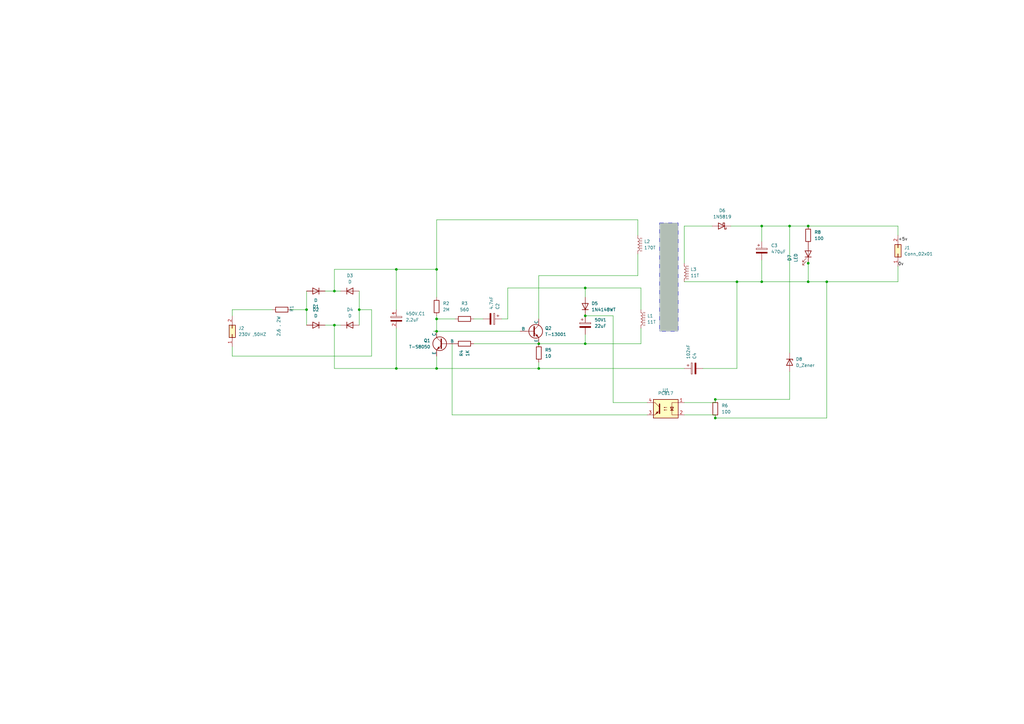
<source format=kicad_sch>
(kicad_sch
	(version 20231120)
	(generator "eeschema")
	(generator_version "8.0")
	(uuid "66665663-6a28-4718-af57-d8f427ae1e5e")
	(paper "A3")
	(lib_symbols
		(symbol "C_Polarized_1"
			(pin_numbers hide)
			(pin_names
				(offset 0.254)
			)
			(exclude_from_sim no)
			(in_bom yes)
			(on_board yes)
			(property "Reference" "C"
				(at 0.635 2.54 0)
				(effects
					(font
						(size 1.27 1.27)
					)
					(justify left)
				)
			)
			(property "Value" "C_Polarized"
				(at 0.635 -2.54 0)
				(effects
					(font
						(size 1.27 1.27)
					)
					(justify left)
				)
			)
			(property "Footprint" ""
				(at 0.9652 -3.81 0)
				(effects
					(font
						(size 1.27 1.27)
					)
					(hide yes)
				)
			)
			(property "Datasheet" "~"
				(at 0 0 0)
				(effects
					(font
						(size 1.27 1.27)
					)
					(hide yes)
				)
			)
			(property "Description" "Polarized capacitor"
				(at 0 0 0)
				(effects
					(font
						(size 1.27 1.27)
					)
					(hide yes)
				)
			)
			(property "ki_keywords" "cap capacitor"
				(at 0 0 0)
				(effects
					(font
						(size 1.27 1.27)
					)
					(hide yes)
				)
			)
			(property "ki_fp_filters" "CP_*"
				(at 0 0 0)
				(effects
					(font
						(size 1.27 1.27)
					)
					(hide yes)
				)
			)
			(symbol "C_Polarized_1_0_1"
				(rectangle
					(start -2.286 0.508)
					(end 2.286 1.016)
					(stroke
						(width 0)
						(type default)
					)
					(fill
						(type none)
					)
				)
				(polyline
					(pts
						(xy -1.778 2.286) (xy -0.762 2.286)
					)
					(stroke
						(width 0)
						(type default)
					)
					(fill
						(type none)
					)
				)
				(polyline
					(pts
						(xy -1.27 2.794) (xy -1.27 1.778)
					)
					(stroke
						(width 0)
						(type default)
					)
					(fill
						(type none)
					)
				)
				(rectangle
					(start 2.286 -0.508)
					(end -2.286 -1.016)
					(stroke
						(width 0)
						(type default)
					)
					(fill
						(type outline)
					)
				)
			)
			(symbol "C_Polarized_1_1_1"
				(pin passive line
					(at 0 3.81 270)
					(length 2.794)
					(name "~"
						(effects
							(font
								(size 1.27 1.27)
							)
						)
					)
					(number "1"
						(effects
							(font
								(size 1.27 1.27)
							)
						)
					)
				)
				(pin passive line
					(at 0 -3.81 90)
					(length 2.794)
					(name "~"
						(effects
							(font
								(size 1.27 1.27)
							)
						)
					)
					(number "2"
						(effects
							(font
								(size 1.27 1.27)
							)
						)
					)
				)
			)
		)
		(symbol "C_Polarized_2"
			(pin_numbers hide)
			(pin_names
				(offset 0.254)
			)
			(exclude_from_sim no)
			(in_bom yes)
			(on_board yes)
			(property "Reference" "C"
				(at 0.635 2.54 0)
				(effects
					(font
						(size 1.27 1.27)
					)
					(justify left)
				)
			)
			(property "Value" "C_Polarized"
				(at 0.635 -2.54 0)
				(effects
					(font
						(size 1.27 1.27)
					)
					(justify left)
				)
			)
			(property "Footprint" ""
				(at 0.9652 -3.81 0)
				(effects
					(font
						(size 1.27 1.27)
					)
					(hide yes)
				)
			)
			(property "Datasheet" "~"
				(at 0 0 0)
				(effects
					(font
						(size 1.27 1.27)
					)
					(hide yes)
				)
			)
			(property "Description" "Polarized capacitor"
				(at 0 0 0)
				(effects
					(font
						(size 1.27 1.27)
					)
					(hide yes)
				)
			)
			(property "ki_keywords" "cap capacitor"
				(at 0 0 0)
				(effects
					(font
						(size 1.27 1.27)
					)
					(hide yes)
				)
			)
			(property "ki_fp_filters" "CP_*"
				(at 0 0 0)
				(effects
					(font
						(size 1.27 1.27)
					)
					(hide yes)
				)
			)
			(symbol "C_Polarized_2_0_1"
				(rectangle
					(start -2.286 0.508)
					(end 2.286 1.016)
					(stroke
						(width 0)
						(type default)
					)
					(fill
						(type none)
					)
				)
				(polyline
					(pts
						(xy -1.778 2.286) (xy -0.762 2.286)
					)
					(stroke
						(width 0)
						(type default)
					)
					(fill
						(type none)
					)
				)
				(polyline
					(pts
						(xy -1.27 2.794) (xy -1.27 1.778)
					)
					(stroke
						(width 0)
						(type default)
					)
					(fill
						(type none)
					)
				)
				(rectangle
					(start 2.286 -0.508)
					(end -2.286 -1.016)
					(stroke
						(width 0)
						(type default)
					)
					(fill
						(type outline)
					)
				)
			)
			(symbol "C_Polarized_2_1_1"
				(pin passive line
					(at 0 3.81 270)
					(length 2.794)
					(name "~"
						(effects
							(font
								(size 1.27 1.27)
							)
						)
					)
					(number "1"
						(effects
							(font
								(size 1.27 1.27)
							)
						)
					)
				)
				(pin passive line
					(at 0 -3.81 90)
					(length 2.794)
					(name "~"
						(effects
							(font
								(size 1.27 1.27)
							)
						)
					)
					(number "2"
						(effects
							(font
								(size 1.27 1.27)
							)
						)
					)
				)
			)
		)
		(symbol "C_Polarized_3"
			(pin_numbers hide)
			(pin_names
				(offset 0.254)
			)
			(exclude_from_sim no)
			(in_bom yes)
			(on_board yes)
			(property "Reference" "C"
				(at 0.635 2.54 0)
				(effects
					(font
						(size 1.27 1.27)
					)
					(justify left)
				)
			)
			(property "Value" "C_Polarized"
				(at 0.635 -2.54 0)
				(effects
					(font
						(size 1.27 1.27)
					)
					(justify left)
				)
			)
			(property "Footprint" ""
				(at 0.9652 -3.81 0)
				(effects
					(font
						(size 1.27 1.27)
					)
					(hide yes)
				)
			)
			(property "Datasheet" "~"
				(at 0 0 0)
				(effects
					(font
						(size 1.27 1.27)
					)
					(hide yes)
				)
			)
			(property "Description" "Polarized capacitor"
				(at 0 0 0)
				(effects
					(font
						(size 1.27 1.27)
					)
					(hide yes)
				)
			)
			(property "ki_keywords" "cap capacitor"
				(at 0 0 0)
				(effects
					(font
						(size 1.27 1.27)
					)
					(hide yes)
				)
			)
			(property "ki_fp_filters" "CP_*"
				(at 0 0 0)
				(effects
					(font
						(size 1.27 1.27)
					)
					(hide yes)
				)
			)
			(symbol "C_Polarized_3_0_1"
				(rectangle
					(start -2.286 0.508)
					(end 2.286 1.016)
					(stroke
						(width 0)
						(type default)
					)
					(fill
						(type none)
					)
				)
				(polyline
					(pts
						(xy -1.778 2.286) (xy -0.762 2.286)
					)
					(stroke
						(width 0)
						(type default)
					)
					(fill
						(type none)
					)
				)
				(polyline
					(pts
						(xy -1.27 2.794) (xy -1.27 1.778)
					)
					(stroke
						(width 0)
						(type default)
					)
					(fill
						(type none)
					)
				)
				(rectangle
					(start 2.286 -0.508)
					(end -2.286 -1.016)
					(stroke
						(width 0)
						(type default)
					)
					(fill
						(type outline)
					)
				)
			)
			(symbol "C_Polarized_3_1_1"
				(pin passive line
					(at 0 3.81 270)
					(length 2.794)
					(name "~"
						(effects
							(font
								(size 1.27 1.27)
							)
						)
					)
					(number "1"
						(effects
							(font
								(size 1.27 1.27)
							)
						)
					)
				)
				(pin passive line
					(at 0 -3.81 90)
					(length 2.794)
					(name "~"
						(effects
							(font
								(size 1.27 1.27)
							)
						)
					)
					(number "2"
						(effects
							(font
								(size 1.27 1.27)
							)
						)
					)
				)
			)
		)
		(symbol "C_Polarized_4"
			(pin_numbers hide)
			(pin_names
				(offset 0.254)
			)
			(exclude_from_sim no)
			(in_bom yes)
			(on_board yes)
			(property "Reference" "C"
				(at 0.635 2.54 0)
				(effects
					(font
						(size 1.27 1.27)
					)
					(justify left)
				)
			)
			(property "Value" "C_Polarized"
				(at 0.635 -2.54 0)
				(effects
					(font
						(size 1.27 1.27)
					)
					(justify left)
				)
			)
			(property "Footprint" ""
				(at 0.9652 -3.81 0)
				(effects
					(font
						(size 1.27 1.27)
					)
					(hide yes)
				)
			)
			(property "Datasheet" "~"
				(at 0 0 0)
				(effects
					(font
						(size 1.27 1.27)
					)
					(hide yes)
				)
			)
			(property "Description" "Polarized capacitor"
				(at 0 0 0)
				(effects
					(font
						(size 1.27 1.27)
					)
					(hide yes)
				)
			)
			(property "ki_keywords" "cap capacitor"
				(at 0 0 0)
				(effects
					(font
						(size 1.27 1.27)
					)
					(hide yes)
				)
			)
			(property "ki_fp_filters" "CP_*"
				(at 0 0 0)
				(effects
					(font
						(size 1.27 1.27)
					)
					(hide yes)
				)
			)
			(symbol "C_Polarized_4_0_1"
				(rectangle
					(start -2.286 0.508)
					(end 2.286 1.016)
					(stroke
						(width 0)
						(type default)
					)
					(fill
						(type none)
					)
				)
				(polyline
					(pts
						(xy -1.778 2.286) (xy -0.762 2.286)
					)
					(stroke
						(width 0)
						(type default)
					)
					(fill
						(type none)
					)
				)
				(polyline
					(pts
						(xy -1.27 2.794) (xy -1.27 1.778)
					)
					(stroke
						(width 0)
						(type default)
					)
					(fill
						(type none)
					)
				)
				(rectangle
					(start 2.286 -0.508)
					(end -2.286 -1.016)
					(stroke
						(width 0)
						(type default)
					)
					(fill
						(type outline)
					)
				)
			)
			(symbol "C_Polarized_4_1_1"
				(pin passive line
					(at 0 3.81 270)
					(length 2.794)
					(name "~"
						(effects
							(font
								(size 1.27 1.27)
							)
						)
					)
					(number "1"
						(effects
							(font
								(size 1.27 1.27)
							)
						)
					)
				)
				(pin passive line
					(at 0 -3.81 90)
					(length 2.794)
					(name "~"
						(effects
							(font
								(size 1.27 1.27)
							)
						)
					)
					(number "2"
						(effects
							(font
								(size 1.27 1.27)
							)
						)
					)
				)
			)
		)
		(symbol "Connector_Generic:Conn_02x01"
			(pin_names
				(offset 1.016) hide)
			(exclude_from_sim no)
			(in_bom yes)
			(on_board yes)
			(property "Reference" "J"
				(at 1.27 2.54 0)
				(effects
					(font
						(size 1.27 1.27)
					)
				)
			)
			(property "Value" "Conn_02x01"
				(at 1.27 -2.54 0)
				(effects
					(font
						(size 1.27 1.27)
					)
				)
			)
			(property "Footprint" ""
				(at 0 0 0)
				(effects
					(font
						(size 1.27 1.27)
					)
					(hide yes)
				)
			)
			(property "Datasheet" "~"
				(at 0 0 0)
				(effects
					(font
						(size 1.27 1.27)
					)
					(hide yes)
				)
			)
			(property "Description" "Generic connector, double row, 02x01, this symbol is compatible with counter-clockwise, top-bottom and odd-even numbering schemes., script generated (kicad-library-utils/schlib/autogen/connector/)"
				(at 0 0 0)
				(effects
					(font
						(size 1.27 1.27)
					)
					(hide yes)
				)
			)
			(property "ki_keywords" "connector"
				(at 0 0 0)
				(effects
					(font
						(size 1.27 1.27)
					)
					(hide yes)
				)
			)
			(property "ki_fp_filters" "Connector*:*_2x??_*"
				(at 0 0 0)
				(effects
					(font
						(size 1.27 1.27)
					)
					(hide yes)
				)
			)
			(symbol "Conn_02x01_1_1"
				(rectangle
					(start -1.27 0.127)
					(end 0 -0.127)
					(stroke
						(width 0.1524)
						(type default)
					)
					(fill
						(type none)
					)
				)
				(rectangle
					(start -1.27 1.27)
					(end 3.81 -1.27)
					(stroke
						(width 0.254)
						(type default)
					)
					(fill
						(type background)
					)
				)
				(rectangle
					(start 3.81 0.127)
					(end 2.54 -0.127)
					(stroke
						(width 0.1524)
						(type default)
					)
					(fill
						(type none)
					)
				)
				(pin passive line
					(at -5.08 0 0)
					(length 3.81)
					(name "Pin_1"
						(effects
							(font
								(size 1.27 1.27)
							)
						)
					)
					(number "1"
						(effects
							(font
								(size 1.27 1.27)
							)
						)
					)
				)
				(pin passive line
					(at 7.62 0 180)
					(length 3.81)
					(name "Pin_2"
						(effects
							(font
								(size 1.27 1.27)
							)
						)
					)
					(number "2"
						(effects
							(font
								(size 1.27 1.27)
							)
						)
					)
				)
			)
		)
		(symbol "Device:C_Polarized"
			(pin_names
				(offset 0.254)
			)
			(exclude_from_sim no)
			(in_bom yes)
			(on_board yes)
			(property "Reference" "C"
				(at 0.635 2.54 0)
				(effects
					(font
						(size 1.27 1.27)
					)
					(justify left)
				)
			)
			(property "Value" "C_Polarized"
				(at 0.635 -2.54 0)
				(effects
					(font
						(size 1.27 1.27)
					)
					(justify left)
				)
			)
			(property "Footprint" ""
				(at 0.9652 -3.81 0)
				(effects
					(font
						(size 1.27 1.27)
					)
					(hide yes)
				)
			)
			(property "Datasheet" "~"
				(at 0 0 0)
				(effects
					(font
						(size 1.27 1.27)
					)
					(hide yes)
				)
			)
			(property "Description" "Polarized capacitor"
				(at 0 0 0)
				(effects
					(font
						(size 1.27 1.27)
					)
					(hide yes)
				)
			)
			(property "ki_keywords" "cap capacitor"
				(at 0 0 0)
				(effects
					(font
						(size 1.27 1.27)
					)
					(hide yes)
				)
			)
			(property "ki_fp_filters" "CP_*"
				(at 0 0 0)
				(effects
					(font
						(size 1.27 1.27)
					)
					(hide yes)
				)
			)
			(symbol "C_Polarized_0_1"
				(rectangle
					(start -2.286 0.508)
					(end 2.286 1.016)
					(stroke
						(width 0)
						(type default)
					)
					(fill
						(type none)
					)
				)
				(polyline
					(pts
						(xy -1.778 2.286) (xy -0.762 2.286)
					)
					(stroke
						(width 0)
						(type default)
					)
					(fill
						(type none)
					)
				)
				(polyline
					(pts
						(xy -1.27 2.794) (xy -1.27 1.778)
					)
					(stroke
						(width 0)
						(type default)
					)
					(fill
						(type none)
					)
				)
				(rectangle
					(start 2.286 -0.508)
					(end -2.286 -1.016)
					(stroke
						(width 0)
						(type default)
					)
					(fill
						(type outline)
					)
				)
			)
			(symbol "C_Polarized_1_1"
				(pin passive line
					(at 0 3.81 270)
					(length 2.794)
					(name "~"
						(effects
							(font
								(size 1.27 1.27)
							)
						)
					)
					(number "1"
						(effects
							(font
								(size 1.27 1.27)
							)
						)
					)
				)
				(pin passive line
					(at 0 -3.81 90)
					(length 2.794)
					(name "~"
						(effects
							(font
								(size 1.27 1.27)
							)
						)
					)
					(number "2"
						(effects
							(font
								(size 1.27 1.27)
							)
						)
					)
				)
			)
		)
		(symbol "Device:D"
			(pin_numbers hide)
			(pin_names
				(offset 1.016) hide)
			(exclude_from_sim no)
			(in_bom yes)
			(on_board yes)
			(property "Reference" "D"
				(at 0 2.54 0)
				(effects
					(font
						(size 1.27 1.27)
					)
				)
			)
			(property "Value" "D"
				(at 0 -2.54 0)
				(effects
					(font
						(size 1.27 1.27)
					)
				)
			)
			(property "Footprint" ""
				(at 0 0 0)
				(effects
					(font
						(size 1.27 1.27)
					)
					(hide yes)
				)
			)
			(property "Datasheet" "~"
				(at 0 0 0)
				(effects
					(font
						(size 1.27 1.27)
					)
					(hide yes)
				)
			)
			(property "Description" "Diode"
				(at 0 0 0)
				(effects
					(font
						(size 1.27 1.27)
					)
					(hide yes)
				)
			)
			(property "Sim.Device" "D"
				(at 0 0 0)
				(effects
					(font
						(size 1.27 1.27)
					)
					(hide yes)
				)
			)
			(property "Sim.Pins" "1=K 2=A"
				(at 0 0 0)
				(effects
					(font
						(size 1.27 1.27)
					)
					(hide yes)
				)
			)
			(property "ki_keywords" "diode"
				(at 0 0 0)
				(effects
					(font
						(size 1.27 1.27)
					)
					(hide yes)
				)
			)
			(property "ki_fp_filters" "TO-???* *_Diode_* *SingleDiode* D_*"
				(at 0 0 0)
				(effects
					(font
						(size 1.27 1.27)
					)
					(hide yes)
				)
			)
			(symbol "D_0_1"
				(polyline
					(pts
						(xy -1.27 1.27) (xy -1.27 -1.27)
					)
					(stroke
						(width 0.254)
						(type default)
					)
					(fill
						(type none)
					)
				)
				(polyline
					(pts
						(xy 1.27 0) (xy -1.27 0)
					)
					(stroke
						(width 0)
						(type default)
					)
					(fill
						(type none)
					)
				)
				(polyline
					(pts
						(xy 1.27 1.27) (xy 1.27 -1.27) (xy -1.27 0) (xy 1.27 1.27)
					)
					(stroke
						(width 0.254)
						(type default)
					)
					(fill
						(type none)
					)
				)
			)
			(symbol "D_1_1"
				(pin passive line
					(at -3.81 0 0)
					(length 2.54)
					(name "K"
						(effects
							(font
								(size 1.27 1.27)
							)
						)
					)
					(number "1"
						(effects
							(font
								(size 1.27 1.27)
							)
						)
					)
				)
				(pin passive line
					(at 3.81 0 180)
					(length 2.54)
					(name "A"
						(effects
							(font
								(size 1.27 1.27)
							)
						)
					)
					(number "2"
						(effects
							(font
								(size 1.27 1.27)
							)
						)
					)
				)
			)
		)
		(symbol "Device:D_Zener"
			(pin_numbers hide)
			(pin_names
				(offset 1.016) hide)
			(exclude_from_sim no)
			(in_bom yes)
			(on_board yes)
			(property "Reference" "D"
				(at 0 2.54 0)
				(effects
					(font
						(size 1.27 1.27)
					)
				)
			)
			(property "Value" "D_Zener"
				(at 0 -2.54 0)
				(effects
					(font
						(size 1.27 1.27)
					)
				)
			)
			(property "Footprint" ""
				(at 0 0 0)
				(effects
					(font
						(size 1.27 1.27)
					)
					(hide yes)
				)
			)
			(property "Datasheet" "~"
				(at 0 0 0)
				(effects
					(font
						(size 1.27 1.27)
					)
					(hide yes)
				)
			)
			(property "Description" "Zener diode"
				(at 0 0 0)
				(effects
					(font
						(size 1.27 1.27)
					)
					(hide yes)
				)
			)
			(property "ki_keywords" "diode"
				(at 0 0 0)
				(effects
					(font
						(size 1.27 1.27)
					)
					(hide yes)
				)
			)
			(property "ki_fp_filters" "TO-???* *_Diode_* *SingleDiode* D_*"
				(at 0 0 0)
				(effects
					(font
						(size 1.27 1.27)
					)
					(hide yes)
				)
			)
			(symbol "D_Zener_0_1"
				(polyline
					(pts
						(xy 1.27 0) (xy -1.27 0)
					)
					(stroke
						(width 0)
						(type default)
					)
					(fill
						(type none)
					)
				)
				(polyline
					(pts
						(xy -1.27 -1.27) (xy -1.27 1.27) (xy -0.762 1.27)
					)
					(stroke
						(width 0.254)
						(type default)
					)
					(fill
						(type none)
					)
				)
				(polyline
					(pts
						(xy 1.27 -1.27) (xy 1.27 1.27) (xy -1.27 0) (xy 1.27 -1.27)
					)
					(stroke
						(width 0.254)
						(type default)
					)
					(fill
						(type none)
					)
				)
			)
			(symbol "D_Zener_1_1"
				(pin passive line
					(at -3.81 0 0)
					(length 2.54)
					(name "K"
						(effects
							(font
								(size 1.27 1.27)
							)
						)
					)
					(number "1"
						(effects
							(font
								(size 1.27 1.27)
							)
						)
					)
				)
				(pin passive line
					(at 3.81 0 180)
					(length 2.54)
					(name "A"
						(effects
							(font
								(size 1.27 1.27)
							)
						)
					)
					(number "2"
						(effects
							(font
								(size 1.27 1.27)
							)
						)
					)
				)
			)
		)
		(symbol "Device:LED"
			(pin_numbers hide)
			(pin_names
				(offset 1.016) hide)
			(exclude_from_sim no)
			(in_bom yes)
			(on_board yes)
			(property "Reference" "D"
				(at 0 2.54 0)
				(effects
					(font
						(size 1.27 1.27)
					)
				)
			)
			(property "Value" "LED"
				(at 0 -2.54 0)
				(effects
					(font
						(size 1.27 1.27)
					)
				)
			)
			(property "Footprint" ""
				(at 0 0 0)
				(effects
					(font
						(size 1.27 1.27)
					)
					(hide yes)
				)
			)
			(property "Datasheet" "~"
				(at 0 0 0)
				(effects
					(font
						(size 1.27 1.27)
					)
					(hide yes)
				)
			)
			(property "Description" "Light emitting diode"
				(at 0 0 0)
				(effects
					(font
						(size 1.27 1.27)
					)
					(hide yes)
				)
			)
			(property "ki_keywords" "LED diode"
				(at 0 0 0)
				(effects
					(font
						(size 1.27 1.27)
					)
					(hide yes)
				)
			)
			(property "ki_fp_filters" "LED* LED_SMD:* LED_THT:*"
				(at 0 0 0)
				(effects
					(font
						(size 1.27 1.27)
					)
					(hide yes)
				)
			)
			(symbol "LED_0_1"
				(polyline
					(pts
						(xy -1.27 -1.27) (xy -1.27 1.27)
					)
					(stroke
						(width 0.254)
						(type default)
					)
					(fill
						(type none)
					)
				)
				(polyline
					(pts
						(xy -1.27 0) (xy 1.27 0)
					)
					(stroke
						(width 0)
						(type default)
					)
					(fill
						(type none)
					)
				)
				(polyline
					(pts
						(xy 1.27 -1.27) (xy 1.27 1.27) (xy -1.27 0) (xy 1.27 -1.27)
					)
					(stroke
						(width 0.254)
						(type default)
					)
					(fill
						(type none)
					)
				)
				(polyline
					(pts
						(xy -3.048 -0.762) (xy -4.572 -2.286) (xy -3.81 -2.286) (xy -4.572 -2.286) (xy -4.572 -1.524)
					)
					(stroke
						(width 0)
						(type default)
					)
					(fill
						(type none)
					)
				)
				(polyline
					(pts
						(xy -1.778 -0.762) (xy -3.302 -2.286) (xy -2.54 -2.286) (xy -3.302 -2.286) (xy -3.302 -1.524)
					)
					(stroke
						(width 0)
						(type default)
					)
					(fill
						(type none)
					)
				)
			)
			(symbol "LED_1_1"
				(pin passive line
					(at -3.81 0 0)
					(length 2.54)
					(name "K"
						(effects
							(font
								(size 1.27 1.27)
							)
						)
					)
					(number "1"
						(effects
							(font
								(size 1.27 1.27)
							)
						)
					)
				)
				(pin passive line
					(at 3.81 0 180)
					(length 2.54)
					(name "A"
						(effects
							(font
								(size 1.27 1.27)
							)
						)
					)
					(number "2"
						(effects
							(font
								(size 1.27 1.27)
							)
						)
					)
				)
			)
		)
		(symbol "Device:L_Ferrite"
			(pin_numbers hide)
			(pin_names
				(offset 1.016) hide)
			(exclude_from_sim no)
			(in_bom yes)
			(on_board yes)
			(property "Reference" "L"
				(at -1.27 0 90)
				(effects
					(font
						(size 1.27 1.27)
					)
				)
			)
			(property "Value" "L_Ferrite"
				(at 2.794 0 90)
				(effects
					(font
						(size 1.27 1.27)
					)
				)
			)
			(property "Footprint" ""
				(at 0 0 0)
				(effects
					(font
						(size 1.27 1.27)
					)
					(hide yes)
				)
			)
			(property "Datasheet" "~"
				(at 0 0 0)
				(effects
					(font
						(size 1.27 1.27)
					)
					(hide yes)
				)
			)
			(property "Description" "Inductor with ferrite core"
				(at 0 0 0)
				(effects
					(font
						(size 1.27 1.27)
					)
					(hide yes)
				)
			)
			(property "ki_keywords" "inductor choke coil reactor magnetic"
				(at 0 0 0)
				(effects
					(font
						(size 1.27 1.27)
					)
					(hide yes)
				)
			)
			(property "ki_fp_filters" "Choke_* *Coil* Inductor_* L_*"
				(at 0 0 0)
				(effects
					(font
						(size 1.27 1.27)
					)
					(hide yes)
				)
			)
			(symbol "L_Ferrite_0_1"
				(arc
					(start 0 -2.54)
					(mid 0.6323 -1.905)
					(end 0 -1.27)
					(stroke
						(width 0)
						(type default)
					)
					(fill
						(type none)
					)
				)
				(arc
					(start 0 -1.27)
					(mid 0.6323 -0.635)
					(end 0 0)
					(stroke
						(width 0)
						(type default)
					)
					(fill
						(type none)
					)
				)
				(polyline
					(pts
						(xy 1.016 -2.794) (xy 1.016 -2.286)
					)
					(stroke
						(width 0)
						(type default)
					)
					(fill
						(type none)
					)
				)
				(polyline
					(pts
						(xy 1.016 -1.778) (xy 1.016 -1.27)
					)
					(stroke
						(width 0)
						(type default)
					)
					(fill
						(type none)
					)
				)
				(polyline
					(pts
						(xy 1.016 -0.762) (xy 1.016 -0.254)
					)
					(stroke
						(width 0)
						(type default)
					)
					(fill
						(type none)
					)
				)
				(polyline
					(pts
						(xy 1.016 0.254) (xy 1.016 0.762)
					)
					(stroke
						(width 0)
						(type default)
					)
					(fill
						(type none)
					)
				)
				(polyline
					(pts
						(xy 1.016 1.27) (xy 1.016 1.778)
					)
					(stroke
						(width 0)
						(type default)
					)
					(fill
						(type none)
					)
				)
				(polyline
					(pts
						(xy 1.016 2.286) (xy 1.016 2.794)
					)
					(stroke
						(width 0)
						(type default)
					)
					(fill
						(type none)
					)
				)
				(polyline
					(pts
						(xy 1.524 -2.286) (xy 1.524 -2.794)
					)
					(stroke
						(width 0)
						(type default)
					)
					(fill
						(type none)
					)
				)
				(polyline
					(pts
						(xy 1.524 -1.27) (xy 1.524 -1.778)
					)
					(stroke
						(width 0)
						(type default)
					)
					(fill
						(type none)
					)
				)
				(polyline
					(pts
						(xy 1.524 -0.254) (xy 1.524 -0.762)
					)
					(stroke
						(width 0)
						(type default)
					)
					(fill
						(type none)
					)
				)
				(polyline
					(pts
						(xy 1.524 0.762) (xy 1.524 0.254)
					)
					(stroke
						(width 0)
						(type default)
					)
					(fill
						(type none)
					)
				)
				(polyline
					(pts
						(xy 1.524 1.778) (xy 1.524 1.27)
					)
					(stroke
						(width 0)
						(type default)
					)
					(fill
						(type none)
					)
				)
				(polyline
					(pts
						(xy 1.524 2.794) (xy 1.524 2.286)
					)
					(stroke
						(width 0)
						(type default)
					)
					(fill
						(type none)
					)
				)
				(arc
					(start 0 0)
					(mid 0.6323 0.635)
					(end 0 1.27)
					(stroke
						(width 0)
						(type default)
					)
					(fill
						(type none)
					)
				)
				(arc
					(start 0 1.27)
					(mid 0.6323 1.905)
					(end 0 2.54)
					(stroke
						(width 0)
						(type default)
					)
					(fill
						(type none)
					)
				)
			)
			(symbol "L_Ferrite_1_1"
				(pin passive line
					(at 0 3.81 270)
					(length 1.27)
					(name "1"
						(effects
							(font
								(size 1.27 1.27)
							)
						)
					)
					(number "1"
						(effects
							(font
								(size 1.27 1.27)
							)
						)
					)
				)
				(pin passive line
					(at 0 -3.81 90)
					(length 1.27)
					(name "2"
						(effects
							(font
								(size 1.27 1.27)
							)
						)
					)
					(number "2"
						(effects
							(font
								(size 1.27 1.27)
							)
						)
					)
				)
			)
		)
		(symbol "Device:R"
			(pin_numbers hide)
			(pin_names
				(offset 0)
			)
			(exclude_from_sim no)
			(in_bom yes)
			(on_board yes)
			(property "Reference" "R"
				(at 2.032 0 90)
				(effects
					(font
						(size 1.27 1.27)
					)
				)
			)
			(property "Value" "R"
				(at 0 0 90)
				(effects
					(font
						(size 1.27 1.27)
					)
				)
			)
			(property "Footprint" ""
				(at -1.778 0 90)
				(effects
					(font
						(size 1.27 1.27)
					)
					(hide yes)
				)
			)
			(property "Datasheet" "~"
				(at 0 0 0)
				(effects
					(font
						(size 1.27 1.27)
					)
					(hide yes)
				)
			)
			(property "Description" "Resistor"
				(at 0 0 0)
				(effects
					(font
						(size 1.27 1.27)
					)
					(hide yes)
				)
			)
			(property "ki_keywords" "R res resistor"
				(at 0 0 0)
				(effects
					(font
						(size 1.27 1.27)
					)
					(hide yes)
				)
			)
			(property "ki_fp_filters" "R_*"
				(at 0 0 0)
				(effects
					(font
						(size 1.27 1.27)
					)
					(hide yes)
				)
			)
			(symbol "R_0_1"
				(rectangle
					(start -1.016 -2.54)
					(end 1.016 2.54)
					(stroke
						(width 0.254)
						(type default)
					)
					(fill
						(type none)
					)
				)
			)
			(symbol "R_1_1"
				(pin passive line
					(at 0 3.81 270)
					(length 1.27)
					(name "~"
						(effects
							(font
								(size 1.27 1.27)
							)
						)
					)
					(number "1"
						(effects
							(font
								(size 1.27 1.27)
							)
						)
					)
				)
				(pin passive line
					(at 0 -3.81 90)
					(length 1.27)
					(name "~"
						(effects
							(font
								(size 1.27 1.27)
							)
						)
					)
					(number "2"
						(effects
							(font
								(size 1.27 1.27)
							)
						)
					)
				)
			)
		)
		(symbol "Diode:1N4148WT"
			(pin_numbers hide)
			(pin_names hide)
			(exclude_from_sim no)
			(in_bom yes)
			(on_board yes)
			(property "Reference" "D"
				(at 0 2.54 0)
				(effects
					(font
						(size 1.27 1.27)
					)
				)
			)
			(property "Value" "1N4148WT"
				(at 0 -2.54 0)
				(effects
					(font
						(size 1.27 1.27)
					)
				)
			)
			(property "Footprint" "Diode_SMD:D_SOD-523"
				(at 0 -4.445 0)
				(effects
					(font
						(size 1.27 1.27)
					)
					(hide yes)
				)
			)
			(property "Datasheet" "https://www.diodes.com/assets/Datasheets/ds30396.pdf"
				(at 0 0 0)
				(effects
					(font
						(size 1.27 1.27)
					)
					(hide yes)
				)
			)
			(property "Description" "75V 0.15A Fast switching Diode, SOD-523"
				(at 0 0 0)
				(effects
					(font
						(size 1.27 1.27)
					)
					(hide yes)
				)
			)
			(property "Sim.Device" "D"
				(at 0 0 0)
				(effects
					(font
						(size 1.27 1.27)
					)
					(hide yes)
				)
			)
			(property "Sim.Pins" "1=K 2=A"
				(at 0 0 0)
				(effects
					(font
						(size 1.27 1.27)
					)
					(hide yes)
				)
			)
			(property "ki_keywords" "diode"
				(at 0 0 0)
				(effects
					(font
						(size 1.27 1.27)
					)
					(hide yes)
				)
			)
			(property "ki_fp_filters" "D*SOD?523*"
				(at 0 0 0)
				(effects
					(font
						(size 1.27 1.27)
					)
					(hide yes)
				)
			)
			(symbol "1N4148WT_0_1"
				(polyline
					(pts
						(xy -1.27 1.27) (xy -1.27 -1.27)
					)
					(stroke
						(width 0.254)
						(type default)
					)
					(fill
						(type none)
					)
				)
				(polyline
					(pts
						(xy 1.27 0) (xy -1.27 0)
					)
					(stroke
						(width 0)
						(type default)
					)
					(fill
						(type none)
					)
				)
				(polyline
					(pts
						(xy 1.27 1.27) (xy 1.27 -1.27) (xy -1.27 0) (xy 1.27 1.27)
					)
					(stroke
						(width 0.254)
						(type default)
					)
					(fill
						(type none)
					)
				)
			)
			(symbol "1N4148WT_1_1"
				(pin passive line
					(at -3.81 0 0)
					(length 2.54)
					(name "K"
						(effects
							(font
								(size 1.27 1.27)
							)
						)
					)
					(number "1"
						(effects
							(font
								(size 1.27 1.27)
							)
						)
					)
				)
				(pin passive line
					(at 3.81 0 180)
					(length 2.54)
					(name "A"
						(effects
							(font
								(size 1.27 1.27)
							)
						)
					)
					(number "2"
						(effects
							(font
								(size 1.27 1.27)
							)
						)
					)
				)
			)
		)
		(symbol "Diode:1N5819"
			(pin_numbers hide)
			(pin_names
				(offset 1.016) hide)
			(exclude_from_sim no)
			(in_bom yes)
			(on_board yes)
			(property "Reference" "D"
				(at 0 2.54 0)
				(effects
					(font
						(size 1.27 1.27)
					)
				)
			)
			(property "Value" "1N5819"
				(at 0 -2.54 0)
				(effects
					(font
						(size 1.27 1.27)
					)
				)
			)
			(property "Footprint" "Diode_THT:D_DO-41_SOD81_P10.16mm_Horizontal"
				(at 0 -4.445 0)
				(effects
					(font
						(size 1.27 1.27)
					)
					(hide yes)
				)
			)
			(property "Datasheet" "http://www.vishay.com/docs/88525/1n5817.pdf"
				(at 0 0 0)
				(effects
					(font
						(size 1.27 1.27)
					)
					(hide yes)
				)
			)
			(property "Description" "40V 1A Schottky Barrier Rectifier Diode, DO-41"
				(at 0 0 0)
				(effects
					(font
						(size 1.27 1.27)
					)
					(hide yes)
				)
			)
			(property "ki_keywords" "diode Schottky"
				(at 0 0 0)
				(effects
					(font
						(size 1.27 1.27)
					)
					(hide yes)
				)
			)
			(property "ki_fp_filters" "D*DO?41*"
				(at 0 0 0)
				(effects
					(font
						(size 1.27 1.27)
					)
					(hide yes)
				)
			)
			(symbol "1N5819_0_1"
				(polyline
					(pts
						(xy 1.27 0) (xy -1.27 0)
					)
					(stroke
						(width 0)
						(type default)
					)
					(fill
						(type none)
					)
				)
				(polyline
					(pts
						(xy 1.27 1.27) (xy 1.27 -1.27) (xy -1.27 0) (xy 1.27 1.27)
					)
					(stroke
						(width 0.254)
						(type default)
					)
					(fill
						(type none)
					)
				)
				(polyline
					(pts
						(xy -1.905 0.635) (xy -1.905 1.27) (xy -1.27 1.27) (xy -1.27 -1.27) (xy -0.635 -1.27) (xy -0.635 -0.635)
					)
					(stroke
						(width 0.254)
						(type default)
					)
					(fill
						(type none)
					)
				)
			)
			(symbol "1N5819_1_1"
				(pin passive line
					(at -3.81 0 0)
					(length 2.54)
					(name "K"
						(effects
							(font
								(size 1.27 1.27)
							)
						)
					)
					(number "1"
						(effects
							(font
								(size 1.27 1.27)
							)
						)
					)
				)
				(pin passive line
					(at 3.81 0 180)
					(length 2.54)
					(name "A"
						(effects
							(font
								(size 1.27 1.27)
							)
						)
					)
					(number "2"
						(effects
							(font
								(size 1.27 1.27)
							)
						)
					)
				)
			)
		)
		(symbol "Isolator:PC817"
			(pin_names
				(offset 1.016)
			)
			(exclude_from_sim no)
			(in_bom yes)
			(on_board yes)
			(property "Reference" "U"
				(at -5.08 5.08 0)
				(effects
					(font
						(size 1.27 1.27)
					)
					(justify left)
				)
			)
			(property "Value" "PC817"
				(at 0 5.08 0)
				(effects
					(font
						(size 1.27 1.27)
					)
					(justify left)
				)
			)
			(property "Footprint" "Package_DIP:DIP-4_W7.62mm"
				(at -5.08 -5.08 0)
				(effects
					(font
						(size 1.27 1.27)
						(italic yes)
					)
					(justify left)
					(hide yes)
				)
			)
			(property "Datasheet" "http://www.soselectronic.cz/a_info/resource/d/pc817.pdf"
				(at 0 0 0)
				(effects
					(font
						(size 1.27 1.27)
					)
					(justify left)
					(hide yes)
				)
			)
			(property "Description" "DC Optocoupler, Vce 35V, CTR 50-300%, DIP-4"
				(at 0 0 0)
				(effects
					(font
						(size 1.27 1.27)
					)
					(hide yes)
				)
			)
			(property "ki_keywords" "NPN DC Optocoupler"
				(at 0 0 0)
				(effects
					(font
						(size 1.27 1.27)
					)
					(hide yes)
				)
			)
			(property "ki_fp_filters" "DIP*W7.62mm*"
				(at 0 0 0)
				(effects
					(font
						(size 1.27 1.27)
					)
					(hide yes)
				)
			)
			(symbol "PC817_0_1"
				(rectangle
					(start -5.08 3.81)
					(end 5.08 -3.81)
					(stroke
						(width 0.254)
						(type default)
					)
					(fill
						(type background)
					)
				)
				(polyline
					(pts
						(xy -3.175 -0.635) (xy -1.905 -0.635)
					)
					(stroke
						(width 0.254)
						(type default)
					)
					(fill
						(type none)
					)
				)
				(polyline
					(pts
						(xy 2.54 0.635) (xy 4.445 2.54)
					)
					(stroke
						(width 0)
						(type default)
					)
					(fill
						(type none)
					)
				)
				(polyline
					(pts
						(xy 4.445 -2.54) (xy 2.54 -0.635)
					)
					(stroke
						(width 0)
						(type default)
					)
					(fill
						(type outline)
					)
				)
				(polyline
					(pts
						(xy 4.445 -2.54) (xy 5.08 -2.54)
					)
					(stroke
						(width 0)
						(type default)
					)
					(fill
						(type none)
					)
				)
				(polyline
					(pts
						(xy 4.445 2.54) (xy 5.08 2.54)
					)
					(stroke
						(width 0)
						(type default)
					)
					(fill
						(type none)
					)
				)
				(polyline
					(pts
						(xy -5.08 2.54) (xy -2.54 2.54) (xy -2.54 -0.635)
					)
					(stroke
						(width 0)
						(type default)
					)
					(fill
						(type none)
					)
				)
				(polyline
					(pts
						(xy -2.54 -0.635) (xy -2.54 -2.54) (xy -5.08 -2.54)
					)
					(stroke
						(width 0)
						(type default)
					)
					(fill
						(type none)
					)
				)
				(polyline
					(pts
						(xy 2.54 1.905) (xy 2.54 -1.905) (xy 2.54 -1.905)
					)
					(stroke
						(width 0.508)
						(type default)
					)
					(fill
						(type none)
					)
				)
				(polyline
					(pts
						(xy -2.54 -0.635) (xy -3.175 0.635) (xy -1.905 0.635) (xy -2.54 -0.635)
					)
					(stroke
						(width 0.254)
						(type default)
					)
					(fill
						(type none)
					)
				)
				(polyline
					(pts
						(xy -0.508 -0.508) (xy 0.762 -0.508) (xy 0.381 -0.635) (xy 0.381 -0.381) (xy 0.762 -0.508)
					)
					(stroke
						(width 0)
						(type default)
					)
					(fill
						(type none)
					)
				)
				(polyline
					(pts
						(xy -0.508 0.508) (xy 0.762 0.508) (xy 0.381 0.381) (xy 0.381 0.635) (xy 0.762 0.508)
					)
					(stroke
						(width 0)
						(type default)
					)
					(fill
						(type none)
					)
				)
				(polyline
					(pts
						(xy 3.048 -1.651) (xy 3.556 -1.143) (xy 4.064 -2.159) (xy 3.048 -1.651) (xy 3.048 -1.651)
					)
					(stroke
						(width 0)
						(type default)
					)
					(fill
						(type outline)
					)
				)
			)
			(symbol "PC817_1_1"
				(pin passive line
					(at -7.62 2.54 0)
					(length 2.54)
					(name "~"
						(effects
							(font
								(size 1.27 1.27)
							)
						)
					)
					(number "1"
						(effects
							(font
								(size 1.27 1.27)
							)
						)
					)
				)
				(pin passive line
					(at -7.62 -2.54 0)
					(length 2.54)
					(name "~"
						(effects
							(font
								(size 1.27 1.27)
							)
						)
					)
					(number "2"
						(effects
							(font
								(size 1.27 1.27)
							)
						)
					)
				)
				(pin passive line
					(at 7.62 -2.54 180)
					(length 2.54)
					(name "~"
						(effects
							(font
								(size 1.27 1.27)
							)
						)
					)
					(number "3"
						(effects
							(font
								(size 1.27 1.27)
							)
						)
					)
				)
				(pin passive line
					(at 7.62 2.54 180)
					(length 2.54)
					(name "~"
						(effects
							(font
								(size 1.27 1.27)
							)
						)
					)
					(number "4"
						(effects
							(font
								(size 1.27 1.27)
							)
						)
					)
				)
			)
		)
		(symbol "Simulation_SPICE:NPN"
			(pin_numbers hide)
			(pin_names
				(offset 0)
			)
			(exclude_from_sim no)
			(in_bom yes)
			(on_board yes)
			(property "Reference" "Q"
				(at -2.54 7.62 0)
				(effects
					(font
						(size 1.27 1.27)
					)
				)
			)
			(property "Value" "NPN"
				(at -2.54 5.08 0)
				(effects
					(font
						(size 1.27 1.27)
					)
				)
			)
			(property "Footprint" ""
				(at 63.5 0 0)
				(effects
					(font
						(size 1.27 1.27)
					)
					(hide yes)
				)
			)
			(property "Datasheet" "https://ngspice.sourceforge.io/docs/ngspice-html-manual/manual.xhtml#cha_BJTs"
				(at 63.5 0 0)
				(effects
					(font
						(size 1.27 1.27)
					)
					(hide yes)
				)
			)
			(property "Description" "Bipolar transistor symbol for simulation only, substrate tied to the emitter"
				(at 0 0 0)
				(effects
					(font
						(size 1.27 1.27)
					)
					(hide yes)
				)
			)
			(property "Sim.Device" "NPN"
				(at 0 0 0)
				(effects
					(font
						(size 1.27 1.27)
					)
					(hide yes)
				)
			)
			(property "Sim.Type" "GUMMELPOON"
				(at 0 0 0)
				(effects
					(font
						(size 1.27 1.27)
					)
					(hide yes)
				)
			)
			(property "Sim.Pins" "1=C 2=B 3=E"
				(at 0 0 0)
				(effects
					(font
						(size 1.27 1.27)
					)
					(hide yes)
				)
			)
			(property "ki_keywords" "simulation"
				(at 0 0 0)
				(effects
					(font
						(size 1.27 1.27)
					)
					(hide yes)
				)
			)
			(symbol "NPN_0_1"
				(polyline
					(pts
						(xy -2.54 0) (xy 0.635 0)
					)
					(stroke
						(width 0.1524)
						(type default)
					)
					(fill
						(type none)
					)
				)
				(polyline
					(pts
						(xy 0.635 0.635) (xy 2.54 2.54)
					)
					(stroke
						(width 0)
						(type default)
					)
					(fill
						(type none)
					)
				)
				(polyline
					(pts
						(xy 2.794 -1.27) (xy 2.794 -1.27)
					)
					(stroke
						(width 0.1524)
						(type default)
					)
					(fill
						(type none)
					)
				)
				(polyline
					(pts
						(xy 2.794 -1.27) (xy 2.794 -1.27)
					)
					(stroke
						(width 0.1524)
						(type default)
					)
					(fill
						(type none)
					)
				)
				(polyline
					(pts
						(xy 0.635 -0.635) (xy 2.54 -2.54) (xy 2.54 -2.54)
					)
					(stroke
						(width 0)
						(type default)
					)
					(fill
						(type none)
					)
				)
				(polyline
					(pts
						(xy 0.635 1.905) (xy 0.635 -1.905) (xy 0.635 -1.905)
					)
					(stroke
						(width 0.508)
						(type default)
					)
					(fill
						(type none)
					)
				)
				(polyline
					(pts
						(xy 1.27 -1.778) (xy 1.778 -1.27) (xy 2.286 -2.286) (xy 1.27 -1.778) (xy 1.27 -1.778)
					)
					(stroke
						(width 0)
						(type default)
					)
					(fill
						(type outline)
					)
				)
				(circle
					(center 1.27 0)
					(radius 2.8194)
					(stroke
						(width 0.254)
						(type default)
					)
					(fill
						(type none)
					)
				)
			)
			(symbol "NPN_1_1"
				(pin open_collector line
					(at 2.54 5.08 270)
					(length 2.54)
					(name "C"
						(effects
							(font
								(size 1.27 1.27)
							)
						)
					)
					(number "1"
						(effects
							(font
								(size 1.27 1.27)
							)
						)
					)
				)
				(pin input line
					(at -5.08 0 0)
					(length 2.54)
					(name "B"
						(effects
							(font
								(size 1.27 1.27)
							)
						)
					)
					(number "2"
						(effects
							(font
								(size 1.27 1.27)
							)
						)
					)
				)
				(pin open_emitter line
					(at 2.54 -5.08 90)
					(length 2.54)
					(name "E"
						(effects
							(font
								(size 1.27 1.27)
							)
						)
					)
					(number "3"
						(effects
							(font
								(size 1.27 1.27)
							)
						)
					)
				)
			)
		)
	)
	(junction
		(at 179.07 135.89)
		(diameter 0)
		(color 0 0 0 0)
		(uuid "139bbc2b-92da-4fa3-990d-4356ada1fe8b")
	)
	(junction
		(at 339.09 115.57)
		(diameter 0)
		(color 0 0 0 0)
		(uuid "14b75d20-28b1-4cbe-ad84-6b43048667f2")
	)
	(junction
		(at 162.56 151.13)
		(diameter 0)
		(color 0 0 0 0)
		(uuid "15afa8b6-4c72-4146-b5e7-882418280beb")
	)
	(junction
		(at 293.37 163.83)
		(diameter 0)
		(color 0 0 0 0)
		(uuid "24bf8fc4-6db4-47ed-b095-a16c8f4d84e2")
	)
	(junction
		(at 220.98 140.97)
		(diameter 0)
		(color 0 0 0 0)
		(uuid "25e7b296-4bd0-424a-8fdc-367ff6431993")
	)
	(junction
		(at 312.42 92.71)
		(diameter 0)
		(color 0 0 0 0)
		(uuid "2f713a49-febf-4bde-977d-6af2b13ca91e")
	)
	(junction
		(at 240.03 118.11)
		(diameter 0)
		(color 0 0 0 0)
		(uuid "34aeda5f-2350-4c19-afcd-1d748488bdbb")
	)
	(junction
		(at 179.07 151.13)
		(diameter 0)
		(color 0 0 0 0)
		(uuid "4a371500-9690-42eb-8683-b71eab1b79e2")
	)
	(junction
		(at 179.07 130.81)
		(diameter 0)
		(color 0 0 0 0)
		(uuid "4bf00c7d-3f18-472b-a00c-08b3ffc60847")
	)
	(junction
		(at 293.37 171.45)
		(diameter 0)
		(color 0 0 0 0)
		(uuid "50f2d25e-3432-4a77-9ce4-c13d2e7c12ba")
	)
	(junction
		(at 323.85 92.71)
		(diameter 0)
		(color 0 0 0 0)
		(uuid "66d76cab-414d-471a-8db7-098f91761009")
	)
	(junction
		(at 312.42 115.57)
		(diameter 0)
		(color 0 0 0 0)
		(uuid "69775883-50d1-4d3b-bdd3-636fe8c43bd7")
	)
	(junction
		(at 240.03 129.54)
		(diameter 0)
		(color 0 0 0 0)
		(uuid "723231fd-8023-4c8b-b76b-e314e17eed4e")
	)
	(junction
		(at 179.07 110.49)
		(diameter 0)
		(color 0 0 0 0)
		(uuid "944d8ec8-261a-4906-baa6-3564580b3aff")
	)
	(junction
		(at 331.47 115.57)
		(diameter 0)
		(color 0 0 0 0)
		(uuid "a2291fbb-955c-4722-ae80-a9f1c4f5d1aa")
	)
	(junction
		(at 220.98 151.13)
		(diameter 0)
		(color 0 0 0 0)
		(uuid "b9fa6ca5-72ed-4669-bdfb-1846aefd8cde")
	)
	(junction
		(at 302.26 115.57)
		(diameter 0)
		(color 0 0 0 0)
		(uuid "c0493acb-2dce-4e77-ade2-9abd0e2dc880")
	)
	(junction
		(at 147.32 127)
		(diameter 0)
		(color 0 0 0 0)
		(uuid "c08df841-fbc5-4bef-bbca-bfee7c5cd0df")
	)
	(junction
		(at 331.47 92.71)
		(diameter 0)
		(color 0 0 0 0)
		(uuid "cd25a9ff-c0c7-4c41-ad40-d4b887f81905")
	)
	(junction
		(at 125.73 127)
		(diameter 0)
		(color 0 0 0 0)
		(uuid "d20e8b02-e86e-41a0-a2fc-922b7dbc1208")
	)
	(junction
		(at 137.16 133.35)
		(diameter 0)
		(color 0 0 0 0)
		(uuid "e1ebdf5f-830a-44cf-a5ec-dddb64e9bf03")
	)
	(junction
		(at 137.16 119.38)
		(diameter 0)
		(color 0 0 0 0)
		(uuid "e6b1d69c-6fac-4516-8803-f7bb6460fcd3")
	)
	(junction
		(at 331.47 107.95)
		(diameter 0)
		(color 0 0 0 0)
		(uuid "e7dc1d51-ea6f-4985-add6-649499079dcd")
	)
	(junction
		(at 240.03 140.97)
		(diameter 0)
		(color 0 0 0 0)
		(uuid "f2ca6eac-025c-46af-b370-e890b1122a02")
	)
	(junction
		(at 162.56 110.49)
		(diameter 0)
		(color 0 0 0 0)
		(uuid "f630232f-ea4c-4b6b-b2dc-1c37d9959534")
	)
	(wire
		(pts
			(xy 331.47 92.71) (xy 368.3 92.71)
		)
		(stroke
			(width 0)
			(type default)
		)
		(uuid "000be49e-7c16-4390-aa5c-a4ea08abf9f0")
	)
	(wire
		(pts
			(xy 302.26 115.57) (xy 312.42 115.57)
		)
		(stroke
			(width 0)
			(type default)
		)
		(uuid "034a58a0-a5c0-4445-9c45-23947bc2c2b6")
	)
	(wire
		(pts
			(xy 205.74 130.81) (xy 208.28 130.81)
		)
		(stroke
			(width 0)
			(type default)
		)
		(uuid "05a7295b-7687-46da-b176-86385e6c8edc")
	)
	(wire
		(pts
			(xy 194.31 130.81) (xy 198.12 130.81)
		)
		(stroke
			(width 0)
			(type default)
		)
		(uuid "09b08d98-3423-441f-89b2-1c049b3d0a0f")
	)
	(wire
		(pts
			(xy 137.16 119.38) (xy 137.16 110.49)
		)
		(stroke
			(width 0)
			(type default)
		)
		(uuid "0a202c88-65a1-42e8-8eef-4b97b6456693")
	)
	(wire
		(pts
			(xy 220.98 130.81) (xy 220.98 113.03)
		)
		(stroke
			(width 0)
			(type default)
		)
		(uuid "0a6c442b-17ac-4141-a406-ddda789b734b")
	)
	(wire
		(pts
			(xy 240.03 129.54) (xy 251.46 129.54)
		)
		(stroke
			(width 0)
			(type default)
		)
		(uuid "0aafb97d-127f-4393-906d-78ac320500a3")
	)
	(wire
		(pts
			(xy 293.37 163.83) (xy 293.37 165.1)
		)
		(stroke
			(width 0)
			(type default)
		)
		(uuid "0eb10455-60da-417a-a65a-f64ec00aab34")
	)
	(wire
		(pts
			(xy 147.32 127) (xy 147.32 133.35)
		)
		(stroke
			(width 0)
			(type default)
		)
		(uuid "101ade8e-84c3-4bcf-b0b6-349e2bedf2c7")
	)
	(wire
		(pts
			(xy 208.28 118.11) (xy 240.03 118.11)
		)
		(stroke
			(width 0)
			(type default)
		)
		(uuid "110a1eef-4c92-4338-b2af-868a50e0e4a0")
	)
	(wire
		(pts
			(xy 137.16 110.49) (xy 162.56 110.49)
		)
		(stroke
			(width 0)
			(type default)
		)
		(uuid "16a247f3-bdd2-4411-b544-d86de3507c6f")
	)
	(wire
		(pts
			(xy 125.73 127) (xy 125.73 119.38)
		)
		(stroke
			(width 0)
			(type default)
		)
		(uuid "1a01a4dc-5726-4c44-86ca-3ef1d998e752")
	)
	(wire
		(pts
			(xy 280.67 170.18) (xy 293.37 170.18)
		)
		(stroke
			(width 0)
			(type default)
		)
		(uuid "1f557043-70ce-4c7c-944b-6897d60babe6")
	)
	(wire
		(pts
			(xy 323.85 152.4) (xy 323.85 163.83)
		)
		(stroke
			(width 0)
			(type default)
		)
		(uuid "1fd023db-e0c6-4d95-9901-043fdfce8c9c")
	)
	(wire
		(pts
			(xy 95.25 142.24) (xy 95.25 146.05)
		)
		(stroke
			(width 0)
			(type default)
		)
		(uuid "22cc11ce-7fde-4d68-9ad7-adeabee6dcaa")
	)
	(wire
		(pts
			(xy 262.89 118.11) (xy 262.89 127)
		)
		(stroke
			(width 0)
			(type default)
		)
		(uuid "24d77e4f-4fab-47d5-85e8-f7722ca49a7a")
	)
	(wire
		(pts
			(xy 220.98 151.13) (xy 280.67 151.13)
		)
		(stroke
			(width 0)
			(type default)
		)
		(uuid "2d761ced-8d41-48ec-bcce-b5c47ebcfd14")
	)
	(wire
		(pts
			(xy 152.4 146.05) (xy 152.4 127)
		)
		(stroke
			(width 0)
			(type default)
		)
		(uuid "2dcf4877-95ed-4f32-8e0f-54b5e6f8effb")
	)
	(wire
		(pts
			(xy 280.67 107.95) (xy 280.67 92.71)
		)
		(stroke
			(width 0)
			(type default)
		)
		(uuid "34d17b60-335f-42d7-afb4-c60ebc8daeaa")
	)
	(wire
		(pts
			(xy 280.67 165.1) (xy 293.37 165.1)
		)
		(stroke
			(width 0)
			(type default)
		)
		(uuid "34e3546f-8374-4823-b1ab-961854e5a313")
	)
	(wire
		(pts
			(xy 119.38 127) (xy 125.73 127)
		)
		(stroke
			(width 0)
			(type default)
		)
		(uuid "374dc124-20ca-42fc-9b3b-45eb706a1155")
	)
	(wire
		(pts
			(xy 251.46 165.1) (xy 265.43 165.1)
		)
		(stroke
			(width 0)
			(type default)
		)
		(uuid "3925781a-0784-4a19-9dbd-e4753c230313")
	)
	(wire
		(pts
			(xy 194.31 140.97) (xy 220.98 140.97)
		)
		(stroke
			(width 0)
			(type default)
		)
		(uuid "3a07db6a-9c8b-4c80-a625-f376db236073")
	)
	(wire
		(pts
			(xy 299.72 92.71) (xy 312.42 92.71)
		)
		(stroke
			(width 0)
			(type default)
		)
		(uuid "3a6fd9b5-745e-42f6-a8c6-d43e311d70b6")
	)
	(wire
		(pts
			(xy 368.3 92.71) (xy 368.3 96.52)
		)
		(stroke
			(width 0)
			(type default)
		)
		(uuid "3eea2a0e-15bf-4a25-aeb9-d4e8d4562c0c")
	)
	(wire
		(pts
			(xy 323.85 144.78) (xy 323.85 92.71)
		)
		(stroke
			(width 0)
			(type default)
		)
		(uuid "44a956d2-f8b6-4157-9dde-37fe31b5d1e2")
	)
	(wire
		(pts
			(xy 179.07 130.81) (xy 186.69 130.81)
		)
		(stroke
			(width 0)
			(type default)
		)
		(uuid "46a6cafd-8899-4755-8155-29a0b9b01fb5")
	)
	(wire
		(pts
			(xy 312.42 115.57) (xy 331.47 115.57)
		)
		(stroke
			(width 0)
			(type default)
		)
		(uuid "4964521e-4fec-49d4-adfd-ddbf788b674a")
	)
	(wire
		(pts
			(xy 179.07 151.13) (xy 220.98 151.13)
		)
		(stroke
			(width 0)
			(type default)
		)
		(uuid "4c3846cc-9491-4ffa-8922-713e7a71f05c")
	)
	(wire
		(pts
			(xy 177.8 135.89) (xy 179.07 135.89)
		)
		(stroke
			(width 0)
			(type default)
		)
		(uuid "50b3f026-37d4-4e56-9b13-83a6b155642f")
	)
	(wire
		(pts
			(xy 185.42 170.18) (xy 265.43 170.18)
		)
		(stroke
			(width 0)
			(type default)
		)
		(uuid "53dde800-69e4-496a-9ead-1ad7ee5a9f1f")
	)
	(wire
		(pts
			(xy 133.35 119.38) (xy 137.16 119.38)
		)
		(stroke
			(width 0)
			(type default)
		)
		(uuid "560b720c-f864-4054-a32f-0d9d3b71a4d7")
	)
	(wire
		(pts
			(xy 240.03 118.11) (xy 262.89 118.11)
		)
		(stroke
			(width 0)
			(type default)
		)
		(uuid "560ee253-bb56-4bb7-b77c-3da47408e764")
	)
	(wire
		(pts
			(xy 152.4 127) (xy 147.32 127)
		)
		(stroke
			(width 0)
			(type default)
		)
		(uuid "583780b7-24f3-4fb8-9959-62711de2c1b8")
	)
	(wire
		(pts
			(xy 179.07 146.05) (xy 179.07 151.13)
		)
		(stroke
			(width 0)
			(type default)
		)
		(uuid "58ba9d1a-737f-45af-a2eb-8d2a144c59a4")
	)
	(wire
		(pts
			(xy 137.16 151.13) (xy 162.56 151.13)
		)
		(stroke
			(width 0)
			(type default)
		)
		(uuid "5ce3b71c-01de-4842-b21c-5ae63c840b2a")
	)
	(wire
		(pts
			(xy 240.03 118.11) (xy 240.03 121.92)
		)
		(stroke
			(width 0)
			(type default)
		)
		(uuid "5e05f610-ad2d-4fe1-a5fb-3d9f78a3144c")
	)
	(wire
		(pts
			(xy 162.56 151.13) (xy 162.56 134.62)
		)
		(stroke
			(width 0)
			(type default)
		)
		(uuid "5e0685cc-33b5-4a8d-94ab-e6905414035f")
	)
	(wire
		(pts
			(xy 162.56 151.13) (xy 179.07 151.13)
		)
		(stroke
			(width 0)
			(type default)
		)
		(uuid "62506ffe-cfcc-4df4-9499-2717d571e1ab")
	)
	(wire
		(pts
			(xy 331.47 106.68) (xy 331.47 107.95)
		)
		(stroke
			(width 0)
			(type default)
		)
		(uuid "63f4ab23-a289-45ef-b473-98680d2e25d5")
	)
	(wire
		(pts
			(xy 220.98 140.97) (xy 240.03 140.97)
		)
		(stroke
			(width 0)
			(type default)
		)
		(uuid "651254f8-3c08-4829-bddb-a60765eae0fc")
	)
	(wire
		(pts
			(xy 368.3 109.22) (xy 368.3 115.57)
		)
		(stroke
			(width 0)
			(type default)
		)
		(uuid "6771a996-7bd6-479b-9cb0-8f7cd8b7260f")
	)
	(wire
		(pts
			(xy 137.16 133.35) (xy 139.7 133.35)
		)
		(stroke
			(width 0)
			(type default)
		)
		(uuid "6b3785e1-02bd-445d-a867-4206f3bfd03e")
	)
	(wire
		(pts
			(xy 261.62 104.14) (xy 261.62 113.03)
		)
		(stroke
			(width 0)
			(type default)
		)
		(uuid "7bd26f4f-8e6f-4c6a-a6c1-ee72e54ff803")
	)
	(wire
		(pts
			(xy 179.07 110.49) (xy 179.07 90.17)
		)
		(stroke
			(width 0)
			(type default)
		)
		(uuid "7e895447-9012-4bba-ba1a-58d5d3c02042")
	)
	(wire
		(pts
			(xy 331.47 107.95) (xy 331.47 115.57)
		)
		(stroke
			(width 0)
			(type default)
		)
		(uuid "7ed1f21f-7121-4cfb-86c6-892271f4ef5a")
	)
	(wire
		(pts
			(xy 251.46 129.54) (xy 251.46 165.1)
		)
		(stroke
			(width 0)
			(type default)
		)
		(uuid "83830dd8-5711-4626-abf6-dc50ab5aeada")
	)
	(wire
		(pts
			(xy 339.09 115.57) (xy 368.3 115.57)
		)
		(stroke
			(width 0)
			(type default)
		)
		(uuid "84506528-4971-4ac8-8092-059978f006a4")
	)
	(wire
		(pts
			(xy 208.28 130.81) (xy 208.28 118.11)
		)
		(stroke
			(width 0)
			(type default)
		)
		(uuid "849469f6-f05a-4faf-86ce-542ebe53b82c")
	)
	(wire
		(pts
			(xy 220.98 148.59) (xy 220.98 151.13)
		)
		(stroke
			(width 0)
			(type default)
		)
		(uuid "8a7d065b-39f7-45ba-84b5-b71deef2c59b")
	)
	(wire
		(pts
			(xy 125.73 133.35) (xy 125.73 127)
		)
		(stroke
			(width 0)
			(type default)
		)
		(uuid "8d1c79e3-5565-4cda-bd93-a49711f4e32f")
	)
	(wire
		(pts
			(xy 179.07 90.17) (xy 261.62 90.17)
		)
		(stroke
			(width 0)
			(type default)
		)
		(uuid "8fd81882-38a4-4cfc-8ebb-8e8ad5c56f93")
	)
	(wire
		(pts
			(xy 323.85 92.71) (xy 331.47 92.71)
		)
		(stroke
			(width 0)
			(type default)
		)
		(uuid "905d2904-7548-435a-9985-be1a16c27cc9")
	)
	(wire
		(pts
			(xy 185.42 140.97) (xy 185.42 170.18)
		)
		(stroke
			(width 0)
			(type default)
		)
		(uuid "94164186-b22f-4ae9-9c19-e58b92c130b9")
	)
	(wire
		(pts
			(xy 312.42 106.68) (xy 312.42 115.57)
		)
		(stroke
			(width 0)
			(type default)
		)
		(uuid "94af0c7d-5253-430f-982e-ddc91505d771")
	)
	(wire
		(pts
			(xy 312.42 92.71) (xy 312.42 99.06)
		)
		(stroke
			(width 0)
			(type default)
		)
		(uuid "95fb485a-230f-4372-b0aa-e67bcb7b1979")
	)
	(wire
		(pts
			(xy 262.89 134.62) (xy 262.89 140.97)
		)
		(stroke
			(width 0)
			(type default)
		)
		(uuid "99859fda-5d6d-4c43-a278-c1bf4542e3f9")
	)
	(wire
		(pts
			(xy 293.37 163.83) (xy 323.85 163.83)
		)
		(stroke
			(width 0)
			(type default)
		)
		(uuid "9c63ea2e-e213-4cae-ab90-8579b03214b0")
	)
	(wire
		(pts
			(xy 293.37 170.18) (xy 293.37 171.45)
		)
		(stroke
			(width 0)
			(type default)
		)
		(uuid "9d21f156-1eed-4c9f-8c1f-520de4a0cde1")
	)
	(wire
		(pts
			(xy 339.09 171.45) (xy 339.09 115.57)
		)
		(stroke
			(width 0)
			(type default)
		)
		(uuid "9dc18f65-3b21-4d69-a1a9-75a30d295afa")
	)
	(wire
		(pts
			(xy 147.32 119.38) (xy 147.32 127)
		)
		(stroke
			(width 0)
			(type default)
		)
		(uuid "a4806e02-3774-401b-a08e-d775c0129bce")
	)
	(wire
		(pts
			(xy 162.56 110.49) (xy 179.07 110.49)
		)
		(stroke
			(width 0)
			(type default)
		)
		(uuid "a5524475-363f-4608-bb91-2e3d18d31dcd")
	)
	(wire
		(pts
			(xy 179.07 135.89) (xy 213.36 135.89)
		)
		(stroke
			(width 0)
			(type default)
		)
		(uuid "a68173c0-a8d3-446e-bfba-04bbf240355d")
	)
	(wire
		(pts
			(xy 280.67 115.57) (xy 302.26 115.57)
		)
		(stroke
			(width 0)
			(type default)
		)
		(uuid "b3db295b-ab21-4e4c-8ce6-910c32de7693")
	)
	(wire
		(pts
			(xy 331.47 115.57) (xy 339.09 115.57)
		)
		(stroke
			(width 0)
			(type default)
		)
		(uuid "b50926ff-a30f-4d94-823e-95c4fdd495da")
	)
	(wire
		(pts
			(xy 162.56 110.49) (xy 162.56 127)
		)
		(stroke
			(width 0)
			(type default)
		)
		(uuid "b8002a7f-be91-43ee-80a6-ee6dc7ad4ad2")
	)
	(wire
		(pts
			(xy 312.42 92.71) (xy 323.85 92.71)
		)
		(stroke
			(width 0)
			(type default)
		)
		(uuid "b8f9aa5c-64fb-4014-b7d9-4850906248c0")
	)
	(wire
		(pts
			(xy 240.03 137.16) (xy 240.03 140.97)
		)
		(stroke
			(width 0)
			(type default)
		)
		(uuid "c4d53f76-e081-44a8-9971-f89bd1990646")
	)
	(wire
		(pts
			(xy 95.25 129.54) (xy 95.25 127)
		)
		(stroke
			(width 0)
			(type default)
		)
		(uuid "c4f7c3dd-bfff-461a-aba5-c96427a2e923")
	)
	(wire
		(pts
			(xy 240.03 140.97) (xy 262.89 140.97)
		)
		(stroke
			(width 0)
			(type default)
		)
		(uuid "c56f844b-2468-4881-9aba-8d3c49ee81e4")
	)
	(wire
		(pts
			(xy 220.98 113.03) (xy 261.62 113.03)
		)
		(stroke
			(width 0)
			(type default)
		)
		(uuid "c5f9be87-3d26-40d4-be4e-acc1f398919e")
	)
	(wire
		(pts
			(xy 293.37 171.45) (xy 339.09 171.45)
		)
		(stroke
			(width 0)
			(type default)
		)
		(uuid "c75b174b-39cc-4d2e-8651-3af8236e7440")
	)
	(wire
		(pts
			(xy 288.29 151.13) (xy 302.26 151.13)
		)
		(stroke
			(width 0)
			(type default)
		)
		(uuid "d6720a63-3471-440b-9a09-ed6c4a9dc367")
	)
	(wire
		(pts
			(xy 179.07 130.81) (xy 179.07 135.89)
		)
		(stroke
			(width 0)
			(type default)
		)
		(uuid "d7a13ef0-b5f3-4809-a654-ad1e87484c65")
	)
	(wire
		(pts
			(xy 137.16 133.35) (xy 137.16 151.13)
		)
		(stroke
			(width 0)
			(type default)
		)
		(uuid "dcc901cd-ef99-4b9a-9125-0882dda8061b")
	)
	(wire
		(pts
			(xy 179.07 129.54) (xy 179.07 130.81)
		)
		(stroke
			(width 0)
			(type default)
		)
		(uuid "e0c15016-ebcd-43d6-95fc-e411570857e7")
	)
	(wire
		(pts
			(xy 261.62 90.17) (xy 261.62 96.52)
		)
		(stroke
			(width 0)
			(type default)
		)
		(uuid "e3c94d94-8bbb-46f8-83e5-310405484b08")
	)
	(wire
		(pts
			(xy 95.25 127) (xy 111.76 127)
		)
		(stroke
			(width 0)
			(type default)
		)
		(uuid "e4fec61b-44d4-4f8d-bc1f-bcfdaa830698")
	)
	(wire
		(pts
			(xy 179.07 110.49) (xy 179.07 121.92)
		)
		(stroke
			(width 0)
			(type default)
		)
		(uuid "e5eb26f8-bb5d-4307-8407-67b2756738a7")
	)
	(wire
		(pts
			(xy 302.26 151.13) (xy 302.26 115.57)
		)
		(stroke
			(width 0)
			(type default)
		)
		(uuid "ef28506f-7b9b-4397-8029-02be40bc96ec")
	)
	(wire
		(pts
			(xy 137.16 119.38) (xy 139.7 119.38)
		)
		(stroke
			(width 0)
			(type default)
		)
		(uuid "ef888001-2811-43a2-83df-ecf95d422030")
	)
	(wire
		(pts
			(xy 95.25 146.05) (xy 152.4 146.05)
		)
		(stroke
			(width 0)
			(type default)
		)
		(uuid "f050930e-da72-4b3f-85ea-fd3ed32ade7a")
	)
	(wire
		(pts
			(xy 133.35 133.35) (xy 137.16 133.35)
		)
		(stroke
			(width 0)
			(type default)
		)
		(uuid "f30fae5b-f12a-4d04-a3b8-e0b32eeaf0b6")
	)
	(wire
		(pts
			(xy 280.67 92.71) (xy 292.1 92.71)
		)
		(stroke
			(width 0)
			(type default)
		)
		(uuid "fd96fdfa-175e-48f7-9938-8d490a5699ce")
	)
	(rectangle
		(start 270.51 91.44)
		(end 278.13 135.89)
		(stroke
			(width 0)
			(type dash_dot_dot)
		)
		(fill
			(type color)
			(color 178 190 181 1)
		)
		(uuid 3bd5e6d3-b579-4e30-8397-24660d8e80f9)
	)
	(label "0v"
		(at 368.3 109.22 0)
		(fields_autoplaced yes)
		(effects
			(font
				(size 1.27 1.27)
			)
			(justify left bottom)
		)
		(uuid "0cf6f515-892d-41ea-b2f0-36eb22b28313")
	)
	(label "+5v"
		(at 368.3 99.06 0)
		(fields_autoplaced yes)
		(effects
			(font
				(size 1.27 1.27)
			)
			(justify left bottom)
		)
		(uuid "2f966b46-9705-4aa7-9eca-9a396e8e419a")
	)
	(symbol
		(lib_name "C_Polarized_3")
		(lib_id "Device:C_Polarized")
		(at 284.48 151.13 90)
		(mirror x)
		(unit 1)
		(exclude_from_sim no)
		(in_bom yes)
		(on_board yes)
		(dnp no)
		(fields_autoplaced yes)
		(uuid "11e401e1-ce69-43f0-a0d2-22edf64eb2eb")
		(property "Reference" "C4"
			(at 284.8611 147.32 0)
			(effects
				(font
					(size 1.27 1.27)
				)
				(justify right)
			)
		)
		(property "Value" "102nF"
			(at 282.3211 147.32 0)
			(effects
				(font
					(size 1.27 1.27)
				)
				(justify right)
			)
		)
		(property "Footprint" "Crystal:Crystal_SMD_TXC_7M-4Pin_3.2x2.5mm_HandSoldering"
			(at 288.29 152.0952 0)
			(effects
				(font
					(size 1.27 1.27)
				)
				(hide yes)
			)
		)
		(property "Datasheet" "~"
			(at 284.48 151.13 0)
			(effects
				(font
					(size 1.27 1.27)
				)
				(hide yes)
			)
		)
		(property "Description" "Polarized capacitor"
			(at 284.48 151.13 0)
			(effects
				(font
					(size 1.27 1.27)
				)
				(hide yes)
			)
		)
		(pin "2"
			(uuid "c0f7d204-2424-47c0-8199-852a481285fc")
		)
		(pin "1"
			(uuid "50b656b9-6ce0-4598-8703-abb83a361939")
		)
		(instances
			(project ""
				(path "/66665663-6a28-4718-af57-d8f427ae1e5e"
					(reference "C4")
					(unit 1)
				)
			)
		)
	)
	(symbol
		(lib_id "Device:C_Polarized")
		(at 162.56 130.81 0)
		(unit 1)
		(exclude_from_sim no)
		(in_bom yes)
		(on_board yes)
		(dnp no)
		(fields_autoplaced yes)
		(uuid "166ba5f3-b692-4da8-8ce9-7e2e27e81859")
		(property "Reference" "450V,C1"
			(at 166.37 128.6509 0)
			(effects
				(font
					(size 1.27 1.27)
				)
				(justify left)
			)
		)
		(property "Value" "2.2uF"
			(at 166.37 131.1909 0)
			(effects
				(font
					(size 1.27 1.27)
				)
				(justify left)
			)
		)
		(property "Footprint" "Crystal:Resonator_SMD-3Pin_7.2x3.0mm"
			(at 163.5252 134.62 0)
			(effects
				(font
					(size 1.27 1.27)
				)
				(hide yes)
			)
		)
		(property "Datasheet" "~"
			(at 162.56 130.81 0)
			(effects
				(font
					(size 1.27 1.27)
				)
				(hide yes)
			)
		)
		(property "Description" "Polarized capacitor"
			(at 162.56 130.81 0)
			(effects
				(font
					(size 1.27 1.27)
				)
				(hide yes)
			)
		)
		(pin "2"
			(uuid "ba541d21-70fe-428a-97ab-206d27a2fb2c")
		)
		(pin "1"
			(uuid "076169e3-3f17-4e85-9346-e6bdfd6461c2")
		)
		(instances
			(project ""
				(path "/66665663-6a28-4718-af57-d8f427ae1e5e"
					(reference "450V,C1")
					(unit 1)
				)
			)
		)
	)
	(symbol
		(lib_id "Simulation_SPICE:NPN")
		(at 218.44 135.89 0)
		(unit 1)
		(exclude_from_sim no)
		(in_bom yes)
		(on_board yes)
		(dnp no)
		(fields_autoplaced yes)
		(uuid "1becb0b7-7afb-46c5-a8be-b94daa36efc2")
		(property "Reference" "Q2"
			(at 223.52 134.6199 0)
			(effects
				(font
					(size 1.27 1.27)
				)
				(justify left)
			)
		)
		(property "Value" "T-13001"
			(at 223.52 137.1599 0)
			(effects
				(font
					(size 1.27 1.27)
				)
				(justify left)
			)
		)
		(property "Footprint" "Transistor_Power:GaN_Systems_GaNPX-3_5x6.6mm_Drain2.93x0.6mm"
			(at 281.94 135.89 0)
			(effects
				(font
					(size 1.27 1.27)
				)
				(hide yes)
			)
		)
		(property "Datasheet" "https://ngspice.sourceforge.io/docs/ngspice-html-manual/manual.xhtml#cha_BJTs"
			(at 281.94 135.89 0)
			(effects
				(font
					(size 1.27 1.27)
				)
				(hide yes)
			)
		)
		(property "Description" "Bipolar transistor symbol for simulation only, substrate tied to the emitter"
			(at 218.44 135.89 0)
			(effects
				(font
					(size 1.27 1.27)
				)
				(hide yes)
			)
		)
		(property "Sim.Device" "NPN"
			(at 218.44 135.89 0)
			(effects
				(font
					(size 1.27 1.27)
				)
				(hide yes)
			)
		)
		(property "Sim.Type" "GUMMELPOON"
			(at 218.44 135.89 0)
			(effects
				(font
					(size 1.27 1.27)
				)
				(hide yes)
			)
		)
		(property "Sim.Pins" "1=C 2=B 3=E"
			(at 218.44 135.89 0)
			(effects
				(font
					(size 1.27 1.27)
				)
				(hide yes)
			)
		)
		(pin "3"
			(uuid "52a469a3-8fa8-4e5b-b3d0-2d6d228fa978")
		)
		(pin "2"
			(uuid "a12f81f8-4305-4520-976e-e78cb06f44ea")
		)
		(pin "1"
			(uuid "17491a23-1a54-4ccb-be80-e8d14dfc24e5")
		)
		(instances
			(project ""
				(path "/66665663-6a28-4718-af57-d8f427ae1e5e"
					(reference "Q2")
					(unit 1)
				)
			)
		)
	)
	(symbol
		(lib_id "Device:L_Ferrite")
		(at 262.89 130.81 0)
		(unit 1)
		(exclude_from_sim no)
		(in_bom yes)
		(on_board yes)
		(dnp no)
		(fields_autoplaced yes)
		(uuid "26c351f1-8ea9-402a-9408-5c386d98096a")
		(property "Reference" "L1"
			(at 265.43 129.5399 0)
			(effects
				(font
					(size 1.27 1.27)
				)
				(justify left)
			)
		)
		(property "Value" "11T"
			(at 265.43 132.0799 0)
			(effects
				(font
					(size 1.27 1.27)
				)
				(justify left)
			)
		)
		(property "Footprint" "Inductor_SMD:L_12x12mm_H8mm"
			(at 262.89 130.81 0)
			(effects
				(font
					(size 1.27 1.27)
				)
				(hide yes)
			)
		)
		(property "Datasheet" "~"
			(at 262.89 130.81 0)
			(effects
				(font
					(size 1.27 1.27)
				)
				(hide yes)
			)
		)
		(property "Description" "Inductor with ferrite core"
			(at 262.89 130.81 0)
			(effects
				(font
					(size 1.27 1.27)
				)
				(hide yes)
			)
		)
		(pin "1"
			(uuid "30db8473-56e6-467a-bdf6-f4affe8db948")
		)
		(pin "2"
			(uuid "53379240-1060-47e5-b7b9-b49acc7623bc")
		)
		(instances
			(project ""
				(path "/66665663-6a28-4718-af57-d8f427ae1e5e"
					(reference "L1")
					(unit 1)
				)
			)
		)
	)
	(symbol
		(lib_id "Device:R")
		(at 190.5 130.81 270)
		(mirror x)
		(unit 1)
		(exclude_from_sim no)
		(in_bom yes)
		(on_board yes)
		(dnp no)
		(fields_autoplaced yes)
		(uuid "282358aa-90ee-46e6-8e5c-4c86265c47f0")
		(property "Reference" "R3"
			(at 190.5 124.46 90)
			(effects
				(font
					(size 1.27 1.27)
				)
			)
		)
		(property "Value" "560"
			(at 190.5 127 90)
			(effects
				(font
					(size 1.27 1.27)
				)
			)
		)
		(property "Footprint" "Resistor_THT:R_Axial_DIN0204_L3.6mm_D1.6mm_P7.62mm_Horizontal"
			(at 190.5 132.588 90)
			(effects
				(font
					(size 1.27 1.27)
				)
				(hide yes)
			)
		)
		(property "Datasheet" "~"
			(at 190.5 130.81 0)
			(effects
				(font
					(size 1.27 1.27)
				)
				(hide yes)
			)
		)
		(property "Description" "Resistor"
			(at 190.5 130.81 0)
			(effects
				(font
					(size 1.27 1.27)
				)
				(hide yes)
			)
		)
		(pin "2"
			(uuid "1b1eaab4-6e5c-4b3b-8c7c-2fabf534bf62")
		)
		(pin "1"
			(uuid "e3d73f7f-c3df-406e-80d1-acad42efb668")
		)
		(instances
			(project ""
				(path "/66665663-6a28-4718-af57-d8f427ae1e5e"
					(reference "R3")
					(unit 1)
				)
			)
		)
	)
	(symbol
		(lib_id "Simulation_SPICE:NPN")
		(at 181.61 140.97 0)
		(mirror y)
		(unit 1)
		(exclude_from_sim no)
		(in_bom yes)
		(on_board yes)
		(dnp no)
		(fields_autoplaced yes)
		(uuid "3039e3cd-26f7-4882-9cfe-90c7630a45e4")
		(property "Reference" "Q1"
			(at 176.53 139.6999 0)
			(effects
				(font
					(size 1.27 1.27)
				)
				(justify left)
			)
		)
		(property "Value" "T-S8050"
			(at 176.53 142.2399 0)
			(effects
				(font
					(size 1.27 1.27)
				)
				(justify left)
			)
		)
		(property "Footprint" "Transistor_Power:GaN_Systems_GaNPX-3_5x6.6mm_Drain2.93x0.6mm"
			(at 118.11 140.97 0)
			(effects
				(font
					(size 1.27 1.27)
				)
				(hide yes)
			)
		)
		(property "Datasheet" "https://ngspice.sourceforge.io/docs/ngspice-html-manual/manual.xhtml#cha_BJTs"
			(at 118.11 140.97 0)
			(effects
				(font
					(size 1.27 1.27)
				)
				(hide yes)
			)
		)
		(property "Description" "Bipolar transistor symbol for simulation only, substrate tied to the emitter"
			(at 181.61 140.97 0)
			(effects
				(font
					(size 1.27 1.27)
				)
				(hide yes)
			)
		)
		(property "Sim.Device" "NPN"
			(at 181.61 140.97 0)
			(effects
				(font
					(size 1.27 1.27)
				)
				(hide yes)
			)
		)
		(property "Sim.Type" "GUMMELPOON"
			(at 181.61 140.97 0)
			(effects
				(font
					(size 1.27 1.27)
				)
				(hide yes)
			)
		)
		(property "Sim.Pins" "1=C 2=B 3=E"
			(at 181.61 140.97 0)
			(effects
				(font
					(size 1.27 1.27)
				)
				(hide yes)
			)
		)
		(pin "3"
			(uuid "9bc31bfb-3ac6-4cc6-8943-9015b49fd02f")
		)
		(pin "1"
			(uuid "656e4fc6-6f11-4884-932f-792c23f8537c")
		)
		(pin "2"
			(uuid "55a15faa-ee6f-4bf9-a606-a0fceda007c5")
		)
		(instances
			(project ""
				(path "/66665663-6a28-4718-af57-d8f427ae1e5e"
					(reference "Q1")
					(unit 1)
				)
			)
		)
	)
	(symbol
		(lib_id "Device:L_Ferrite")
		(at 280.67 111.76 0)
		(unit 1)
		(exclude_from_sim no)
		(in_bom yes)
		(on_board yes)
		(dnp no)
		(fields_autoplaced yes)
		(uuid "31b500c4-2cb9-421e-899b-68761901486e")
		(property "Reference" "L3"
			(at 283.21 110.4899 0)
			(effects
				(font
					(size 1.27 1.27)
				)
				(justify left)
			)
		)
		(property "Value" "11T"
			(at 283.21 113.0299 0)
			(effects
				(font
					(size 1.27 1.27)
				)
				(justify left)
			)
		)
		(property "Footprint" "Inductor_SMD:L_12x12mm_H8mm"
			(at 280.67 111.76 0)
			(effects
				(font
					(size 1.27 1.27)
				)
				(hide yes)
			)
		)
		(property "Datasheet" "~"
			(at 280.67 111.76 0)
			(effects
				(font
					(size 1.27 1.27)
				)
				(hide yes)
			)
		)
		(property "Description" "Inductor with ferrite core"
			(at 280.67 111.76 0)
			(effects
				(font
					(size 1.27 1.27)
				)
				(hide yes)
			)
		)
		(pin "2"
			(uuid "162a82c1-f13f-4762-a67c-7ee2fb283ed8")
		)
		(pin "1"
			(uuid "9fdab0c4-b09e-44cd-b763-0cab83cc4e38")
		)
		(instances
			(project ""
				(path "/66665663-6a28-4718-af57-d8f427ae1e5e"
					(reference "L3")
					(unit 1)
				)
			)
		)
	)
	(symbol
		(lib_id "Device:R")
		(at 179.07 125.73 0)
		(unit 1)
		(exclude_from_sim no)
		(in_bom yes)
		(on_board yes)
		(dnp no)
		(fields_autoplaced yes)
		(uuid "337ac7f7-e142-4596-aabf-953e3a63a5fb")
		(property "Reference" "R2"
			(at 181.61 124.4599 0)
			(effects
				(font
					(size 1.27 1.27)
				)
				(justify left)
			)
		)
		(property "Value" "2M"
			(at 181.61 126.9999 0)
			(effects
				(font
					(size 1.27 1.27)
				)
				(justify left)
			)
		)
		(property "Footprint" "Resistor_THT:R_Axial_DIN0204_L3.6mm_D1.6mm_P1.90mm_Vertical"
			(at 177.292 125.73 90)
			(effects
				(font
					(size 1.27 1.27)
				)
				(hide yes)
			)
		)
		(property "Datasheet" "~"
			(at 179.07 125.73 0)
			(effects
				(font
					(size 1.27 1.27)
				)
				(hide yes)
			)
		)
		(property "Description" "Resistor"
			(at 179.07 125.73 0)
			(effects
				(font
					(size 1.27 1.27)
				)
				(hide yes)
			)
		)
		(pin "2"
			(uuid "c0eda988-4722-4e06-ba37-3254624712a0")
		)
		(pin "1"
			(uuid "3e781dba-eceb-47bb-9f4b-58dc3cf68cb6")
		)
		(instances
			(project ""
				(path "/66665663-6a28-4718-af57-d8f427ae1e5e"
					(reference "R2")
					(unit 1)
				)
			)
		)
	)
	(symbol
		(lib_id "Device:D")
		(at 143.51 119.38 0)
		(unit 1)
		(exclude_from_sim no)
		(in_bom yes)
		(on_board yes)
		(dnp no)
		(fields_autoplaced yes)
		(uuid "36af22b7-eafd-4512-90b5-1544e9ec92ca")
		(property "Reference" "D3"
			(at 143.51 113.03 0)
			(effects
				(font
					(size 1.27 1.27)
				)
			)
		)
		(property "Value" "D"
			(at 143.51 115.57 0)
			(effects
				(font
					(size 1.27 1.27)
				)
			)
		)
		(property "Footprint" "Diode_SMD:D_0201_0603Metric"
			(at 143.51 119.38 0)
			(effects
				(font
					(size 1.27 1.27)
				)
				(hide yes)
			)
		)
		(property "Datasheet" "~"
			(at 143.51 119.38 0)
			(effects
				(font
					(size 1.27 1.27)
				)
				(hide yes)
			)
		)
		(property "Description" "Diode"
			(at 143.51 119.38 0)
			(effects
				(font
					(size 1.27 1.27)
				)
				(hide yes)
			)
		)
		(property "Sim.Device" "D"
			(at 143.51 119.38 0)
			(effects
				(font
					(size 1.27 1.27)
				)
				(hide yes)
			)
		)
		(property "Sim.Pins" "1=K 2=A"
			(at 143.51 119.38 0)
			(effects
				(font
					(size 1.27 1.27)
				)
				(hide yes)
			)
		)
		(pin "1"
			(uuid "5ea9ef57-fad4-4e20-ac7d-eefdf4447d78")
		)
		(pin "2"
			(uuid "d170d101-a09e-415b-9f53-43c449bb82ce")
		)
		(instances
			(project ""
				(path "/66665663-6a28-4718-af57-d8f427ae1e5e"
					(reference "D3")
					(unit 1)
				)
			)
		)
	)
	(symbol
		(lib_id "Device:D")
		(at 143.51 133.35 0)
		(unit 1)
		(exclude_from_sim no)
		(in_bom yes)
		(on_board yes)
		(dnp no)
		(fields_autoplaced yes)
		(uuid "3bfee844-301d-45fc-b657-c4ced04b91d5")
		(property "Reference" "D4"
			(at 143.51 127 0)
			(effects
				(font
					(size 1.27 1.27)
				)
			)
		)
		(property "Value" "D"
			(at 143.51 129.54 0)
			(effects
				(font
					(size 1.27 1.27)
				)
			)
		)
		(property "Footprint" "Diode_SMD:D_0201_0603Metric"
			(at 143.51 133.35 0)
			(effects
				(font
					(size 1.27 1.27)
				)
				(hide yes)
			)
		)
		(property "Datasheet" "~"
			(at 143.51 133.35 0)
			(effects
				(font
					(size 1.27 1.27)
				)
				(hide yes)
			)
		)
		(property "Description" "Diode"
			(at 143.51 133.35 0)
			(effects
				(font
					(size 1.27 1.27)
				)
				(hide yes)
			)
		)
		(property "Sim.Device" "D"
			(at 143.51 133.35 0)
			(effects
				(font
					(size 1.27 1.27)
				)
				(hide yes)
			)
		)
		(property "Sim.Pins" "1=K 2=A"
			(at 143.51 133.35 0)
			(effects
				(font
					(size 1.27 1.27)
				)
				(hide yes)
			)
		)
		(pin "2"
			(uuid "f62f4378-2c7b-49d1-a017-1978ad071b56")
		)
		(pin "1"
			(uuid "44ff6d4b-06e2-4443-9fcb-981c2a39a5b6")
		)
		(instances
			(project ""
				(path "/66665663-6a28-4718-af57-d8f427ae1e5e"
					(reference "D4")
					(unit 1)
				)
			)
		)
	)
	(symbol
		(lib_id "Device:D_Zener")
		(at 323.85 148.59 270)
		(unit 1)
		(exclude_from_sim no)
		(in_bom yes)
		(on_board yes)
		(dnp no)
		(fields_autoplaced yes)
		(uuid "3c62da6a-a4b5-4e14-ba1f-2c50478bccb5")
		(property "Reference" "D8"
			(at 326.39 147.3199 90)
			(effects
				(font
					(size 1.27 1.27)
				)
				(justify left)
			)
		)
		(property "Value" "D_Zener"
			(at 326.39 149.8599 90)
			(effects
				(font
					(size 1.27 1.27)
				)
				(justify left)
			)
		)
		(property "Footprint" "Diode_SMD:D_0201_0603Metric"
			(at 323.85 148.59 0)
			(effects
				(font
					(size 1.27 1.27)
				)
				(hide yes)
			)
		)
		(property "Datasheet" "~"
			(at 323.85 148.59 0)
			(effects
				(font
					(size 1.27 1.27)
				)
				(hide yes)
			)
		)
		(property "Description" "Zener diode"
			(at 323.85 148.59 0)
			(effects
				(font
					(size 1.27 1.27)
				)
				(hide yes)
			)
		)
		(pin "1"
			(uuid "4fc0b955-359c-4150-b739-9461c675f677")
		)
		(pin "2"
			(uuid "8b47d7fa-c833-4930-9f95-68674d2c08ca")
		)
		(instances
			(project ""
				(path "/66665663-6a28-4718-af57-d8f427ae1e5e"
					(reference "D8")
					(unit 1)
				)
			)
		)
	)
	(symbol
		(lib_id "Device:R")
		(at 331.47 96.52 0)
		(unit 1)
		(exclude_from_sim no)
		(in_bom yes)
		(on_board yes)
		(dnp no)
		(fields_autoplaced yes)
		(uuid "4c385fa5-887f-49e3-b5d8-088de19f7e04")
		(property "Reference" "R8"
			(at 334.01 95.2499 0)
			(effects
				(font
					(size 1.27 1.27)
				)
				(justify left)
			)
		)
		(property "Value" "100"
			(at 334.01 97.7899 0)
			(effects
				(font
					(size 1.27 1.27)
				)
				(justify left)
			)
		)
		(property "Footprint" "OptoDevice:R_LDR_4.9x4.2mm_P2.54mm_Vertical"
			(at 329.692 96.52 90)
			(effects
				(font
					(size 1.27 1.27)
				)
				(hide yes)
			)
		)
		(property "Datasheet" "~"
			(at 331.47 96.52 0)
			(effects
				(font
					(size 1.27 1.27)
				)
				(hide yes)
			)
		)
		(property "Description" "Resistor"
			(at 331.47 96.52 0)
			(effects
				(font
					(size 1.27 1.27)
				)
				(hide yes)
			)
		)
		(pin "1"
			(uuid "dadfd31f-2115-4fde-abfd-85f2d151d36c")
		)
		(pin "2"
			(uuid "f27bf713-6582-4472-b19b-58d519412210")
		)
		(instances
			(project ""
				(path "/66665663-6a28-4718-af57-d8f427ae1e5e"
					(reference "R8")
					(unit 1)
				)
			)
		)
	)
	(symbol
		(lib_id "Device:R")
		(at 220.98 144.78 0)
		(unit 1)
		(exclude_from_sim no)
		(in_bom yes)
		(on_board yes)
		(dnp no)
		(fields_autoplaced yes)
		(uuid "554c6087-3559-4e4e-9e32-1dcf6b3affed")
		(property "Reference" "R5"
			(at 223.52 143.5099 0)
			(effects
				(font
					(size 1.27 1.27)
				)
				(justify left)
			)
		)
		(property "Value" "10"
			(at 223.52 146.0499 0)
			(effects
				(font
					(size 1.27 1.27)
				)
				(justify left)
			)
		)
		(property "Footprint" "Resistor_SMD:R_0201_0603Metric"
			(at 219.202 144.78 90)
			(effects
				(font
					(size 1.27 1.27)
				)
				(hide yes)
			)
		)
		(property "Datasheet" "~"
			(at 220.98 144.78 0)
			(effects
				(font
					(size 1.27 1.27)
				)
				(hide yes)
			)
		)
		(property "Description" "Resistor"
			(at 220.98 144.78 0)
			(effects
				(font
					(size 1.27 1.27)
				)
				(hide yes)
			)
		)
		(pin "1"
			(uuid "4a4df003-fab1-441f-b1d3-69c0aa6715da")
		)
		(pin "2"
			(uuid "e179e1d1-4987-4263-b7b4-f40160117a4b")
		)
		(instances
			(project ""
				(path "/66665663-6a28-4718-af57-d8f427ae1e5e"
					(reference "R5")
					(unit 1)
				)
			)
		)
	)
	(symbol
		(lib_id "Connector_Generic:Conn_02x01")
		(at 95.25 137.16 90)
		(unit 1)
		(exclude_from_sim no)
		(in_bom yes)
		(on_board yes)
		(dnp no)
		(fields_autoplaced yes)
		(uuid "59f7c603-258b-4dac-90e7-91e5469159b2")
		(property "Reference" "J2"
			(at 97.79 134.6199 90)
			(effects
				(font
					(size 1.27 1.27)
				)
				(justify right)
			)
		)
		(property "Value" "230V ,50HZ"
			(at 97.79 137.1599 90)
			(effects
				(font
					(size 1.27 1.27)
				)
				(justify right)
			)
		)
		(property "Footprint" ""
			(at 95.25 137.16 0)
			(effects
				(font
					(size 1.27 1.27)
				)
				(hide yes)
			)
		)
		(property "Datasheet" "~"
			(at 95.25 137.16 0)
			(effects
				(font
					(size 1.27 1.27)
				)
				(hide yes)
			)
		)
		(property "Description" "Generic connector, double row, 02x01, this symbol is compatible with counter-clockwise, top-bottom and odd-even numbering schemes., script generated (kicad-library-utils/schlib/autogen/connector/)"
			(at 95.25 137.16 0)
			(effects
				(font
					(size 1.27 1.27)
				)
				(hide yes)
			)
		)
		(pin "1"
			(uuid "658b60e2-f56a-4596-a7e7-405fafff12c5")
		)
		(pin "2"
			(uuid "82cfcee0-e6da-49b0-980c-b49c0ab1cf1f")
		)
		(instances
			(project ""
				(path "/66665663-6a28-4718-af57-d8f427ae1e5e"
					(reference "J2")
					(unit 1)
				)
			)
		)
	)
	(symbol
		(lib_id "Device:D")
		(at 129.54 119.38 0)
		(mirror y)
		(unit 1)
		(exclude_from_sim no)
		(in_bom yes)
		(on_board yes)
		(dnp no)
		(uuid "721c3fb1-86d2-4d6b-8f23-5cb563e0bccf")
		(property "Reference" "D1"
			(at 129.54 125.73 0)
			(effects
				(font
					(size 1.27 1.27)
				)
			)
		)
		(property "Value" "D"
			(at 129.54 123.19 0)
			(effects
				(font
					(size 1.27 1.27)
				)
			)
		)
		(property "Footprint" "Diode_SMD:D_0201_0603Metric"
			(at 129.54 119.38 0)
			(effects
				(font
					(size 1.27 1.27)
				)
				(hide yes)
			)
		)
		(property "Datasheet" "~"
			(at 129.54 119.38 0)
			(effects
				(font
					(size 1.27 1.27)
				)
				(hide yes)
			)
		)
		(property "Description" "Diode"
			(at 129.54 119.38 0)
			(effects
				(font
					(size 1.27 1.27)
				)
				(hide yes)
			)
		)
		(property "Sim.Device" "D"
			(at 129.54 119.38 0)
			(effects
				(font
					(size 1.27 1.27)
				)
				(hide yes)
			)
		)
		(property "Sim.Pins" "1=K 2=A"
			(at 129.54 119.38 0)
			(effects
				(font
					(size 1.27 1.27)
				)
				(hide yes)
			)
		)
		(pin "1"
			(uuid "5c40773a-1d60-48f0-afb9-33ac1c80072c")
		)
		(pin "2"
			(uuid "1984e2a5-a82c-43e5-b799-6644b58afe09")
		)
		(instances
			(project ""
				(path "/66665663-6a28-4718-af57-d8f427ae1e5e"
					(reference "D1")
					(unit 1)
				)
			)
		)
	)
	(symbol
		(lib_name "C_Polarized_1")
		(lib_id "Device:C_Polarized")
		(at 201.93 130.81 270)
		(unit 1)
		(exclude_from_sim no)
		(in_bom yes)
		(on_board yes)
		(dnp no)
		(fields_autoplaced yes)
		(uuid "907b8631-2759-4abe-b769-b37eb9041516")
		(property "Reference" "C2"
			(at 204.0891 127 0)
			(effects
				(font
					(size 1.27 1.27)
				)
				(justify right)
			)
		)
		(property "Value" "4.7nF"
			(at 201.5491 127 0)
			(effects
				(font
					(size 1.27 1.27)
				)
				(justify right)
			)
		)
		(property "Footprint" "Crystal:Crystal_SMD_TXC_7M-4Pin_3.2x2.5mm_HandSoldering"
			(at 198.12 131.7752 0)
			(effects
				(font
					(size 1.27 1.27)
				)
				(hide yes)
			)
		)
		(property "Datasheet" "~"
			(at 201.93 130.81 0)
			(effects
				(font
					(size 1.27 1.27)
				)
				(hide yes)
			)
		)
		(property "Description" "Polarized capacitor"
			(at 201.93 130.81 0)
			(effects
				(font
					(size 1.27 1.27)
				)
				(hide yes)
			)
		)
		(pin "2"
			(uuid "9edcf84a-bc77-41a7-8d48-d43575eb4465")
		)
		(pin "1"
			(uuid "ea112a08-9c8b-43b2-bb8d-2a645f0c9ff8")
		)
		(instances
			(project ""
				(path "/66665663-6a28-4718-af57-d8f427ae1e5e"
					(reference "C2")
					(unit 1)
				)
			)
		)
	)
	(symbol
		(lib_id "Device:L_Ferrite")
		(at 261.62 100.33 0)
		(unit 1)
		(exclude_from_sim no)
		(in_bom yes)
		(on_board yes)
		(dnp no)
		(fields_autoplaced yes)
		(uuid "917515c7-5276-4f80-9539-8d76eb65b6ab")
		(property "Reference" "L2"
			(at 264.16 99.0599 0)
			(effects
				(font
					(size 1.27 1.27)
				)
				(justify left)
			)
		)
		(property "Value" "170T"
			(at 264.16 101.5999 0)
			(effects
				(font
					(size 1.27 1.27)
				)
				(justify left)
			)
		)
		(property "Footprint" "Inductor_SMD:L_12x12mm_H8mm"
			(at 261.62 100.33 0)
			(effects
				(font
					(size 1.27 1.27)
				)
				(hide yes)
			)
		)
		(property "Datasheet" "~"
			(at 261.62 100.33 0)
			(effects
				(font
					(size 1.27 1.27)
				)
				(hide yes)
			)
		)
		(property "Description" "Inductor with ferrite core"
			(at 261.62 100.33 0)
			(effects
				(font
					(size 1.27 1.27)
				)
				(hide yes)
			)
		)
		(pin "2"
			(uuid "5f238e1f-7153-429a-9b0d-25cfadf1ea3d")
		)
		(pin "1"
			(uuid "a4dc0cc7-87e5-4348-9c9d-2b5a389b1ee6")
		)
		(instances
			(project ""
				(path "/66665663-6a28-4718-af57-d8f427ae1e5e"
					(reference "L2")
					(unit 1)
				)
			)
		)
	)
	(symbol
		(lib_id "Diode:1N4148WT")
		(at 240.03 125.73 90)
		(unit 1)
		(exclude_from_sim no)
		(in_bom yes)
		(on_board yes)
		(dnp no)
		(fields_autoplaced yes)
		(uuid "93060af4-ac8b-4b9b-842a-83455d8f4eff")
		(property "Reference" "D5"
			(at 242.57 124.4599 90)
			(effects
				(font
					(size 1.27 1.27)
				)
				(justify right)
			)
		)
		(property "Value" "1N4148WT"
			(at 242.57 126.9999 90)
			(effects
				(font
					(size 1.27 1.27)
				)
				(justify right)
			)
		)
		(property "Footprint" "Diode_SMD:D_SOD-523"
			(at 244.475 125.73 0)
			(effects
				(font
					(size 1.27 1.27)
				)
				(hide yes)
			)
		)
		(property "Datasheet" "https://www.diodes.com/assets/Datasheets/ds30396.pdf"
			(at 240.03 125.73 0)
			(effects
				(font
					(size 1.27 1.27)
				)
				(hide yes)
			)
		)
		(property "Description" "75V 0.15A Fast switching Diode, SOD-523"
			(at 240.03 125.73 0)
			(effects
				(font
					(size 1.27 1.27)
				)
				(hide yes)
			)
		)
		(property "Sim.Device" "D"
			(at 240.03 125.73 0)
			(effects
				(font
					(size 1.27 1.27)
				)
				(hide yes)
			)
		)
		(property "Sim.Pins" "1=K 2=A"
			(at 240.03 125.73 0)
			(effects
				(font
					(size 1.27 1.27)
				)
				(hide yes)
			)
		)
		(pin "1"
			(uuid "f78ffbbc-9f60-42b9-9b5d-0fb3652dbccc")
		)
		(pin "2"
			(uuid "1e043102-2413-479e-b27d-e668161b9689")
		)
		(instances
			(project ""
				(path "/66665663-6a28-4718-af57-d8f427ae1e5e"
					(reference "D5")
					(unit 1)
				)
			)
		)
	)
	(symbol
		(lib_id "Device:R")
		(at 293.37 167.64 0)
		(unit 1)
		(exclude_from_sim no)
		(in_bom yes)
		(on_board yes)
		(dnp no)
		(fields_autoplaced yes)
		(uuid "9e4c433a-ae39-4668-962f-15fe892a5d69")
		(property "Reference" "R6"
			(at 295.91 166.3699 0)
			(effects
				(font
					(size 1.27 1.27)
				)
				(justify left)
			)
		)
		(property "Value" "100"
			(at 295.91 168.9099 0)
			(effects
				(font
					(size 1.27 1.27)
				)
				(justify left)
			)
		)
		(property "Footprint" "Resistor_SMD:R_0201_0603Metric"
			(at 291.592 167.64 90)
			(effects
				(font
					(size 1.27 1.27)
				)
				(hide yes)
			)
		)
		(property "Datasheet" "~"
			(at 293.37 167.64 0)
			(effects
				(font
					(size 1.27 1.27)
				)
				(hide yes)
			)
		)
		(property "Description" "Resistor"
			(at 293.37 167.64 0)
			(effects
				(font
					(size 1.27 1.27)
				)
				(hide yes)
			)
		)
		(pin "2"
			(uuid "2f81b7d3-f830-48e0-acbc-fcc7bf2d2188")
		)
		(pin "1"
			(uuid "bf73663e-6b18-4a1a-9da4-16ef84b91ebf")
		)
		(instances
			(project ""
				(path "/66665663-6a28-4718-af57-d8f427ae1e5e"
					(reference "R6")
					(unit 1)
				)
			)
		)
	)
	(symbol
		(lib_name "C_Polarized_2")
		(lib_id "Device:C_Polarized")
		(at 240.03 133.35 0)
		(unit 1)
		(exclude_from_sim no)
		(in_bom yes)
		(on_board yes)
		(dnp no)
		(fields_autoplaced yes)
		(uuid "a9a84aa0-4945-41d7-9327-930c9b1a800f")
		(property "Reference" "50V1"
			(at 243.84 131.1909 0)
			(effects
				(font
					(size 1.27 1.27)
				)
				(justify left)
			)
		)
		(property "Value" "22uF"
			(at 243.84 133.7309 0)
			(effects
				(font
					(size 1.27 1.27)
				)
				(justify left)
			)
		)
		(property "Footprint" "Capacitor_THT:CP_Axial_L10.0mm_D4.5mm_P15.00mm_Horizontal"
			(at 240.9952 137.16 0)
			(effects
				(font
					(size 1.27 1.27)
				)
				(hide yes)
			)
		)
		(property "Datasheet" "~"
			(at 240.03 133.35 0)
			(effects
				(font
					(size 1.27 1.27)
				)
				(hide yes)
			)
		)
		(property "Description" "Polarized capacitor"
			(at 240.03 133.35 0)
			(effects
				(font
					(size 1.27 1.27)
				)
				(hide yes)
			)
		)
		(pin "2"
			(uuid "b0a68421-f67d-4d97-94da-cc7d250ec6e6")
		)
		(pin "1"
			(uuid "58fce76e-c43d-4aed-a646-60ca15c1b683")
		)
		(instances
			(project ""
				(path "/66665663-6a28-4718-af57-d8f427ae1e5e"
					(reference "50V1")
					(unit 1)
				)
			)
		)
	)
	(symbol
		(lib_name "C_Polarized_4")
		(lib_id "Device:C_Polarized")
		(at 312.42 102.87 0)
		(unit 1)
		(exclude_from_sim no)
		(in_bom yes)
		(on_board yes)
		(dnp no)
		(fields_autoplaced yes)
		(uuid "c150ba17-878a-4495-a7ee-15f5678cca0c")
		(property "Reference" "C3"
			(at 316.23 100.7109 0)
			(effects
				(font
					(size 1.27 1.27)
				)
				(justify left)
			)
		)
		(property "Value" "470uF"
			(at 316.23 103.2509 0)
			(effects
				(font
					(size 1.27 1.27)
				)
				(justify left)
			)
		)
		(property "Footprint" "Crystal:Crystal_SMD_TXC_7M-4Pin_3.2x2.5mm_HandSoldering"
			(at 313.3852 106.68 0)
			(effects
				(font
					(size 1.27 1.27)
				)
				(hide yes)
			)
		)
		(property "Datasheet" "~"
			(at 312.42 102.87 0)
			(effects
				(font
					(size 1.27 1.27)
				)
				(hide yes)
			)
		)
		(property "Description" "Polarized capacitor"
			(at 312.42 102.87 0)
			(effects
				(font
					(size 1.27 1.27)
				)
				(hide yes)
			)
		)
		(pin "1"
			(uuid "d7fc545b-7313-4285-8def-3b192812624b")
		)
		(pin "2"
			(uuid "0b09a31e-9a8e-4b19-89c8-ecce73005271")
		)
		(instances
			(project ""
				(path "/66665663-6a28-4718-af57-d8f427ae1e5e"
					(reference "C3")
					(unit 1)
				)
			)
		)
	)
	(symbol
		(lib_id "Device:D")
		(at 129.54 133.35 180)
		(unit 1)
		(exclude_from_sim no)
		(in_bom yes)
		(on_board yes)
		(dnp no)
		(fields_autoplaced yes)
		(uuid "c63e5e17-1686-43e8-bd27-f0e4c83e23fc")
		(property "Reference" "D2"
			(at 129.54 127 0)
			(effects
				(font
					(size 1.27 1.27)
				)
			)
		)
		(property "Value" "D"
			(at 129.54 129.54 0)
			(effects
				(font
					(size 1.27 1.27)
				)
			)
		)
		(property "Footprint" "Diode_SMD:D_0201_0603Metric"
			(at 129.54 133.35 0)
			(effects
				(font
					(size 1.27 1.27)
				)
				(hide yes)
			)
		)
		(property "Datasheet" "~"
			(at 129.54 133.35 0)
			(effects
				(font
					(size 1.27 1.27)
				)
				(hide yes)
			)
		)
		(property "Description" "Diode"
			(at 129.54 133.35 0)
			(effects
				(font
					(size 1.27 1.27)
				)
				(hide yes)
			)
		)
		(property "Sim.Device" "D"
			(at 129.54 133.35 0)
			(effects
				(font
					(size 1.27 1.27)
				)
				(hide yes)
			)
		)
		(property "Sim.Pins" "1=K 2=A"
			(at 129.54 133.35 0)
			(effects
				(font
					(size 1.27 1.27)
				)
				(hide yes)
			)
		)
		(pin "2"
			(uuid "d41b7baa-13cf-4565-b3c5-47137517d436")
		)
		(pin "1"
			(uuid "f8220275-9988-40fb-8272-e9fac51bfaa3")
		)
		(instances
			(project ""
				(path "/66665663-6a28-4718-af57-d8f427ae1e5e"
					(reference "D2")
					(unit 1)
				)
			)
		)
	)
	(symbol
		(lib_id "Connector_Generic:Conn_02x01")
		(at 368.3 104.14 270)
		(mirror x)
		(unit 1)
		(exclude_from_sim no)
		(in_bom yes)
		(on_board yes)
		(dnp no)
		(fields_autoplaced yes)
		(uuid "c6886880-aa1c-4f59-8ec7-82c65ffdb86a")
		(property "Reference" "J1"
			(at 370.84 101.5999 90)
			(effects
				(font
					(size 1.27 1.27)
				)
				(justify left)
			)
		)
		(property "Value" "Conn_02x01"
			(at 370.84 104.1399 90)
			(effects
				(font
					(size 1.27 1.27)
				)
				(justify left)
			)
		)
		(property "Footprint" "Connector_PinHeader_1.00mm:PinHeader_2x01_P1.00mm_Vertical"
			(at 368.3 104.14 0)
			(effects
				(font
					(size 1.27 1.27)
				)
				(hide yes)
			)
		)
		(property "Datasheet" "~"
			(at 368.3 104.14 0)
			(effects
				(font
					(size 1.27 1.27)
				)
				(hide yes)
			)
		)
		(property "Description" "Generic connector, double row, 02x01, this symbol is compatible with counter-clockwise, top-bottom and odd-even numbering schemes., script generated (kicad-library-utils/schlib/autogen/connector/)"
			(at 368.3 104.14 0)
			(effects
				(font
					(size 1.27 1.27)
				)
				(hide yes)
			)
		)
		(pin "1"
			(uuid "fa98c298-7d69-4642-88be-5e2459e1eace")
		)
		(pin "2"
			(uuid "b8ce3fa2-af00-496a-8a9e-6b8cf591aa7c")
		)
		(instances
			(project ""
				(path "/66665663-6a28-4718-af57-d8f427ae1e5e"
					(reference "J1")
					(unit 1)
				)
			)
		)
	)
	(symbol
		(lib_id "Device:R")
		(at 115.57 127 270)
		(unit 1)
		(exclude_from_sim no)
		(in_bom yes)
		(on_board yes)
		(dnp no)
		(uuid "cf2b1765-a7a0-4b61-ba2b-0b0a5f13cd87")
		(property "Reference" "R1"
			(at 119.634 125.222 0)
			(effects
				(font
					(size 1.27 1.27)
				)
				(justify left)
			)
		)
		(property "Value" "2.6 , 2W"
			(at 114.3001 129.54 0)
			(effects
				(font
					(size 1.27 1.27)
				)
				(justify left)
			)
		)
		(property "Footprint" "OptoDevice:R_LDR_5.2x5.2mm_P3.5mm_Horizontal"
			(at 115.57 125.222 90)
			(effects
				(font
					(size 1.27 1.27)
				)
				(hide yes)
			)
		)
		(property "Datasheet" "~"
			(at 115.57 127 0)
			(effects
				(font
					(size 1.27 1.27)
				)
				(hide yes)
			)
		)
		(property "Description" "Resistor"
			(at 115.57 127 0)
			(effects
				(font
					(size 1.27 1.27)
				)
				(hide yes)
			)
		)
		(pin "2"
			(uuid "edb1c861-3cf5-4548-9c3e-13f35abae8ac")
		)
		(pin "1"
			(uuid "147b4c7b-8ef6-41e6-9b54-163044bb3aa0")
		)
		(instances
			(project ""
				(path "/66665663-6a28-4718-af57-d8f427ae1e5e"
					(reference "R1")
					(unit 1)
				)
			)
		)
	)
	(symbol
		(lib_id "Device:R")
		(at 190.5 140.97 270)
		(mirror x)
		(unit 1)
		(exclude_from_sim no)
		(in_bom yes)
		(on_board yes)
		(dnp no)
		(fields_autoplaced yes)
		(uuid "dfac08d4-3ba6-471a-87a1-04c2e705950d")
		(property "Reference" "R4"
			(at 189.2299 143.51 0)
			(effects
				(font
					(size 1.27 1.27)
				)
				(justify right)
			)
		)
		(property "Value" "1K"
			(at 191.7699 143.51 0)
			(effects
				(font
					(size 1.27 1.27)
				)
				(justify right)
			)
		)
		(property "Footprint" "Resistor_THT:R_Axial_DIN0204_L3.6mm_D1.6mm_P1.90mm_Vertical"
			(at 190.5 142.748 90)
			(effects
				(font
					(size 1.27 1.27)
				)
				(hide yes)
			)
		)
		(property "Datasheet" "~"
			(at 190.5 140.97 0)
			(effects
				(font
					(size 1.27 1.27)
				)
				(hide yes)
			)
		)
		(property "Description" "Resistor"
			(at 190.5 140.97 0)
			(effects
				(font
					(size 1.27 1.27)
				)
				(hide yes)
			)
		)
		(pin "1"
			(uuid "2def3c5d-16af-4850-af92-2bb87c8defed")
		)
		(pin "2"
			(uuid "2617c3a1-777a-48e3-93a7-2255c888377e")
		)
		(instances
			(project ""
				(path "/66665663-6a28-4718-af57-d8f427ae1e5e"
					(reference "R4")
					(unit 1)
				)
			)
		)
	)
	(symbol
		(lib_id "Isolator:PC817")
		(at 273.05 167.64 0)
		(mirror y)
		(unit 1)
		(exclude_from_sim no)
		(in_bom yes)
		(on_board yes)
		(dnp no)
		(fields_autoplaced yes)
		(uuid "e1072b63-3d7f-497b-a36a-1e0de5e012a9")
		(property "Reference" "U1"
			(at 273.05 160.02 0)
			(effects
				(font
					(size 1.27 1.27)
				)
			)
		)
		(property "Value" "PC817"
			(at 273.05 161.29 0)
			(effects
				(font
					(size 1.27 1.27)
				)
			)
		)
		(property "Footprint" "Package_DIP:DIP-4_W7.62mm"
			(at 278.13 172.72 0)
			(effects
				(font
					(size 1.27 1.27)
					(italic yes)
				)
				(justify left)
				(hide yes)
			)
		)
		(property "Datasheet" "http://www.soselectronic.cz/a_info/resource/d/pc817.pdf"
			(at 273.05 167.64 0)
			(effects
				(font
					(size 1.27 1.27)
				)
				(justify left)
				(hide yes)
			)
		)
		(property "Description" "DC Optocoupler, Vce 35V, CTR 50-300%, DIP-4"
			(at 273.05 167.64 0)
			(effects
				(font
					(size 1.27 1.27)
				)
				(hide yes)
			)
		)
		(pin "1"
			(uuid "36ca872f-e917-4c04-8dc4-772277c3bdcd")
		)
		(pin "4"
			(uuid "c927d10e-6a24-4dc1-9235-5c618e2679bb")
		)
		(pin "2"
			(uuid "b9a58580-3d2f-425d-9102-74f12c61fcca")
		)
		(pin "3"
			(uuid "69a59d93-aabf-459a-b40a-db7c827e6cda")
		)
		(instances
			(project ""
				(path "/66665663-6a28-4718-af57-d8f427ae1e5e"
					(reference "U1")
					(unit 1)
				)
			)
		)
	)
	(symbol
		(lib_id "Diode:1N5819")
		(at 295.91 92.71 180)
		(unit 1)
		(exclude_from_sim no)
		(in_bom yes)
		(on_board yes)
		(dnp no)
		(fields_autoplaced yes)
		(uuid "e52f0153-78f8-4800-9d94-134475a38c3f")
		(property "Reference" "D6"
			(at 296.2275 86.36 0)
			(effects
				(font
					(size 1.27 1.27)
				)
			)
		)
		(property "Value" "1N5819"
			(at 296.2275 88.9 0)
			(effects
				(font
					(size 1.27 1.27)
				)
			)
		)
		(property "Footprint" "Diode_THT:D_DO-41_SOD81_P10.16mm_Horizontal"
			(at 295.91 88.265 0)
			(effects
				(font
					(size 1.27 1.27)
				)
				(hide yes)
			)
		)
		(property "Datasheet" "http://www.vishay.com/docs/88525/1n5817.pdf"
			(at 295.91 92.71 0)
			(effects
				(font
					(size 1.27 1.27)
				)
				(hide yes)
			)
		)
		(property "Description" "40V 1A Schottky Barrier Rectifier Diode, DO-41"
			(at 295.91 92.71 0)
			(effects
				(font
					(size 1.27 1.27)
				)
				(hide yes)
			)
		)
		(pin "2"
			(uuid "a13e3656-8a70-4c1c-8937-29ffeb5f7771")
		)
		(pin "1"
			(uuid "b1c2723e-cce0-44a2-ab1c-1f42174ea60d")
		)
		(instances
			(project ""
				(path "/66665663-6a28-4718-af57-d8f427ae1e5e"
					(reference "D6")
					(unit 1)
				)
			)
		)
	)
	(symbol
		(lib_id "Device:LED")
		(at 331.47 104.14 270)
		(mirror x)
		(unit 1)
		(exclude_from_sim no)
		(in_bom yes)
		(on_board yes)
		(dnp no)
		(uuid "fe68760f-27b4-4425-98b9-a102480fe3be")
		(property "Reference" "D7"
			(at 323.85 105.7275 0)
			(effects
				(font
					(size 1.27 1.27)
				)
			)
		)
		(property "Value" "LED"
			(at 326.39 105.7275 0)
			(effects
				(font
					(size 1.27 1.27)
				)
			)
		)
		(property "Footprint" "LED_SMD:LED_0201_0603Metric"
			(at 331.47 104.14 0)
			(effects
				(font
					(size 1.27 1.27)
				)
				(hide yes)
			)
		)
		(property "Datasheet" "~"
			(at 331.47 104.14 0)
			(effects
				(font
					(size 1.27 1.27)
				)
				(hide yes)
			)
		)
		(property "Description" "Light emitting diode"
			(at 331.47 104.14 0)
			(effects
				(font
					(size 1.27 1.27)
				)
				(hide yes)
			)
		)
		(pin "1"
			(uuid "03cb7e83-85c5-4c74-a329-495218a8b9f4")
		)
		(pin "2"
			(uuid "0aada992-5faf-47cb-b9d0-707bdd70ef3f")
		)
		(instances
			(project ""
				(path "/66665663-6a28-4718-af57-d8f427ae1e5e"
					(reference "D7")
					(unit 1)
				)
			)
		)
	)
	(sheet_instances
		(path "/"
			(page "1")
		)
	)
)

</source>
